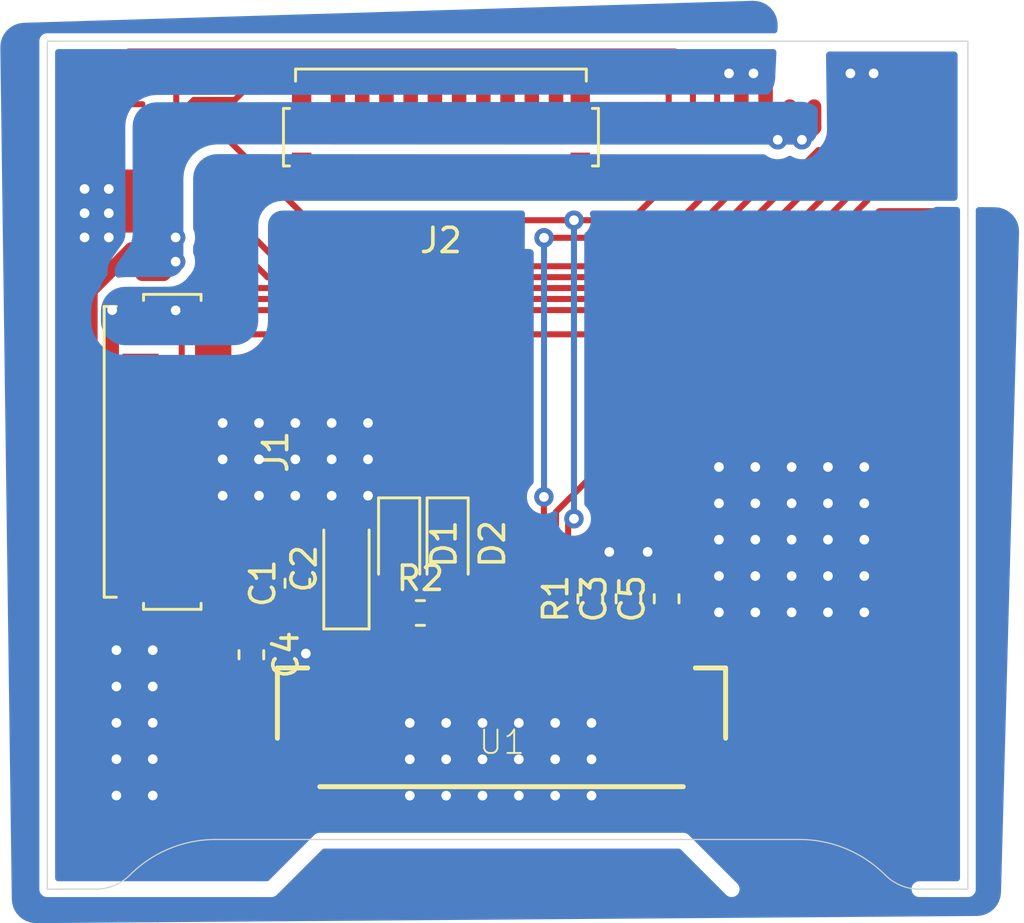
<source format=kicad_pcb>
(kicad_pcb (version 20171130) (host pcbnew 5.1.10-88a1d61d58~88~ubuntu20.04.1)

  (general
    (thickness 1.6)
    (drawings 10)
    (tracks 255)
    (zones 0)
    (modules 12)
    (nets 33)
  )

  (page A4)
  (layers
    (0 F.Cu signal)
    (31 B.Cu signal)
    (32 B.Adhes user)
    (33 F.Adhes user)
    (34 B.Paste user)
    (35 F.Paste user)
    (36 B.SilkS user)
    (37 F.SilkS user)
    (38 B.Mask user)
    (39 F.Mask user hide)
    (40 Dwgs.User user)
    (41 Cmts.User user)
    (42 Eco1.User user)
    (43 Eco2.User user)
    (44 Edge.Cuts user)
    (45 Margin user)
    (46 B.CrtYd user)
    (47 F.CrtYd user)
    (48 B.Fab user)
    (49 F.Fab user hide)
  )

  (setup
    (last_trace_width 0.25)
    (user_trace_width 0.6)
    (trace_clearance 0.2)
    (zone_clearance 0.4)
    (zone_45_only no)
    (trace_min 0.2)
    (via_size 0.8)
    (via_drill 0.4)
    (via_min_size 0.4)
    (via_min_drill 0.3)
    (uvia_size 0.3)
    (uvia_drill 0.1)
    (uvias_allowed no)
    (uvia_min_size 0.2)
    (uvia_min_drill 0.1)
    (edge_width 0.05)
    (segment_width 0.2)
    (pcb_text_width 0.3)
    (pcb_text_size 1.5 1.5)
    (mod_edge_width 0.12)
    (mod_text_size 1 1)
    (mod_text_width 0.15)
    (pad_size 1.524 1.524)
    (pad_drill 0.762)
    (pad_to_mask_clearance 0.05)
    (aux_axis_origin 122.75 67.5)
    (grid_origin 122.75 67.5)
    (visible_elements 7FFFFFFF)
    (pcbplotparams
      (layerselection 0x010cc_ffffffff)
      (usegerberextensions true)
      (usegerberattributes false)
      (usegerberadvancedattributes false)
      (creategerberjobfile false)
      (excludeedgelayer true)
      (linewidth 0.100000)
      (plotframeref false)
      (viasonmask false)
      (mode 1)
      (useauxorigin true)
      (hpglpennumber 1)
      (hpglpenspeed 20)
      (hpglpendiameter 15.000000)
      (psnegative false)
      (psa4output false)
      (plotreference false)
      (plotvalue false)
      (plotinvisibletext false)
      (padsonsilk false)
      (subtractmaskfromsilk false)
      (outputformat 1)
      (mirror false)
      (drillshape 0)
      (scaleselection 1)
      (outputdirectory "../../Gerbers/D3/"))
  )

  (net 0 "")
  (net 1 GND)
  (net 2 13V)
  (net 3 "Net-(C2-Pad1)")
  (net 4 "Net-(C3-Pad1)")
  (net 5 +3V3)
  (net 6 "Net-(C5-Pad1)")
  (net 7 "Net-(D1-Pad2)")
  (net 8 "Net-(D2-Pad2)")
  (net 9 RXD)
  (net 10 EN)
  (net 11 IO0)
  (net 12 RST)
  (net 13 DC)
  (net 14 CLK)
  (net 15 MOSI)
  (net 16 Display6_CS)
  (net 17 "Net-(R1-Pad1)")
  (net 18 "Net-(R2-Pad1)")
  (net 19 "Net-(U1-Pad29)")
  (net 20 "Net-(U1-Pad24)")
  (net 21 "Net-(U1-Pad23)")
  (net 22 "Net-(U1-Pad12)")
  (net 23 "Net-(U1-Pad6)")
  (net 24 "Net-(U1-Pad25)")
  (net 25 TXD)
  (net 26 "Net-(J2-Pad20)")
  (net 27 Display5_CS)
  (net 28 Display4_CS)
  (net 29 Display3_CS)
  (net 30 "Net-(J1-Pad6)")
  (net 31 "Net-(J2-Pad16)")
  (net 32 "Net-(J1-Pad8)")

  (net_class Default "This is the default net class."
    (clearance 0.2)
    (trace_width 0.25)
    (via_dia 0.8)
    (via_drill 0.4)
    (uvia_dia 0.3)
    (uvia_drill 0.1)
    (add_net +3V3)
    (add_net 13V)
    (add_net CLK)
    (add_net DC)
    (add_net Display3_CS)
    (add_net Display4_CS)
    (add_net Display5_CS)
    (add_net Display6_CS)
    (add_net EN)
    (add_net GND)
    (add_net IO0)
    (add_net MOSI)
    (add_net "Net-(C2-Pad1)")
    (add_net "Net-(C3-Pad1)")
    (add_net "Net-(C5-Pad1)")
    (add_net "Net-(D1-Pad2)")
    (add_net "Net-(D2-Pad2)")
    (add_net "Net-(J1-Pad6)")
    (add_net "Net-(J1-Pad8)")
    (add_net "Net-(J2-Pad16)")
    (add_net "Net-(J2-Pad20)")
    (add_net "Net-(R1-Pad1)")
    (add_net "Net-(R2-Pad1)")
    (add_net "Net-(U1-Pad12)")
    (add_net "Net-(U1-Pad23)")
    (add_net "Net-(U1-Pad24)")
    (add_net "Net-(U1-Pad25)")
    (add_net "Net-(U1-Pad29)")
    (add_net "Net-(U1-Pad6)")
    (add_net RST)
    (add_net RXD)
    (add_net TXD)
  )

  (module "D1(Motherboard):FH12-20S-0.5SVA" locked (layer F.Cu) (tedit 60DCCA18) (tstamp 5F7A3A35)
    (at 120 54.15 180)
    (path /5F705B16)
    (fp_text reference J2 (at 0 -4.075) (layer F.SilkS)
      (effects (font (size 1 1) (thickness 0.15)))
    )
    (fp_text value Conn_01x20_Female (at 0 -5.6) (layer F.Fab)
      (effects (font (size 1 1) (thickness 0.15)))
    )
    (fp_line (start 6 2.5) (end 6 3) (layer F.SilkS) (width 0.12))
    (fp_line (start 6 3) (end -6 3) (layer F.SilkS) (width 0.12))
    (fp_line (start -6 3) (end -6 2.5) (layer F.SilkS) (width 0.12))
    (fp_line (start 6.25 1.375) (end 6.5 1.375) (layer F.SilkS) (width 0.12))
    (fp_line (start 6.5 1.375) (end 6.5 -1) (layer F.SilkS) (width 0.12))
    (fp_line (start 6.5 -1) (end 6.25 -1) (layer F.SilkS) (width 0.12))
    (fp_line (start -6.25 1.375) (end -6.5 1.375) (layer F.SilkS) (width 0.12))
    (fp_line (start -6.5 1.375) (end -6.5 -1) (layer F.SilkS) (width 0.12))
    (fp_line (start -6.5 -1) (end -6.25 -1) (layer F.SilkS) (width 0.12))
    (pad NC smd rect (at 5.75 1.35 180) (size 0.8 1.8) (layers F.Cu F.Paste F.Mask))
    (pad NC smd rect (at 5.75 -1.35 180) (size 0.8 1.8) (layers F.Cu F.Paste F.Mask))
    (pad NC smd rect (at -5.75 -1.35 180) (size 0.8 1.8) (layers F.Cu F.Paste F.Mask))
    (pad NC smd rect (at -5.75 1.35 180) (size 0.8 1.8) (layers F.Cu F.Paste F.Mask))
    (pad 1 smd rect (at -4.75 1.5 180) (size 0.6 1.5) (layers F.Cu F.Paste F.Mask)
      (net 2 13V))
    (pad 3 smd rect (at -3.75 1.5 180) (size 0.6 1.5) (layers F.Cu F.Paste F.Mask)
      (net 2 13V))
    (pad 5 smd rect (at -2.75 1.5 180) (size 0.6 1.5) (layers F.Cu F.Paste F.Mask)
      (net 5 +3V3))
    (pad 7 smd rect (at -1.75 1.5 180) (size 0.6 1.5) (layers F.Cu F.Paste F.Mask)
      (net 5 +3V3))
    (pad 9 smd rect (at -0.75 1.5 180) (size 0.6 1.5) (layers F.Cu F.Paste F.Mask)
      (net 1 GND))
    (pad 11 smd rect (at 0.25 1.5 180) (size 0.6 1.5) (layers F.Cu F.Paste F.Mask)
      (net 1 GND))
    (pad 13 smd rect (at 1.25 1.5 180) (size 0.6 1.5) (layers F.Cu F.Paste F.Mask)
      (net 9 RXD))
    (pad 15 smd rect (at 2.25 1.5 180) (size 0.6 1.5) (layers F.Cu F.Paste F.Mask)
      (net 11 IO0))
    (pad 17 smd rect (at 3.25 1.5 180) (size 0.6 1.5) (layers F.Cu F.Paste F.Mask)
      (net 10 EN))
    (pad 19 smd rect (at 4.25 1.5 180) (size 0.6 1.5) (layers F.Cu F.Paste F.Mask)
      (net 25 TXD))
    (pad 20 smd rect (at 4.75 -1.5 180) (size 0.6 1.5) (layers F.Cu F.Paste F.Mask)
      (net 26 "Net-(J2-Pad20)"))
    (pad 18 smd rect (at 3.75 -1.5 180) (size 0.6 1.5) (layers F.Cu F.Paste F.Mask)
      (net 12 RST))
    (pad 16 smd rect (at 2.75 -1.5 180) (size 0.6 1.5) (layers F.Cu F.Paste F.Mask)
      (net 31 "Net-(J2-Pad16)"))
    (pad 14 smd rect (at 1.75 -1.5 180) (size 0.6 1.5) (layers F.Cu F.Paste F.Mask)
      (net 29 Display3_CS))
    (pad 12 smd rect (at 0.75 -1.5 180) (size 0.6 1.5) (layers F.Cu F.Paste F.Mask)
      (net 28 Display4_CS))
    (pad 10 smd rect (at -0.25 -1.5 180) (size 0.6 1.5) (layers F.Cu F.Paste F.Mask)
      (net 27 Display5_CS))
    (pad 8 smd rect (at -1.25 -1.5 180) (size 0.6 1.5) (layers F.Cu F.Paste F.Mask)
      (net 16 Display6_CS))
    (pad 6 smd rect (at -2.25 -1.5 180) (size 0.6 1.5) (layers F.Cu F.Paste F.Mask)
      (net 13 DC))
    (pad 4 smd rect (at -3.25 -1.5 180) (size 0.6 1.5) (layers F.Cu F.Paste F.Mask)
      (net 15 MOSI))
    (pad 2 smd rect (at -4.25 -1.5 180) (size 0.6 1.5) (layers F.Cu F.Paste F.Mask)
      (net 14 CLK))
    (model "C:/Users/Benjamin/Desktop/KiCAD Projects/OLED Cube/Resources/Wire-to-Board Connectors/687320124422 (rev1).stp"
      (offset (xyz 0 0 1.5))
      (scale (xyz 1 1 1))
      (rotate (xyz 0 0 0))
    )
    (model "/home/benjamin/Documents/KiCAD Projects/OLED Cube/Resources/Wire-to-Board Connectors/FH12-20S-0.5SV.stp"
      (offset (xyz -15.9 9 0.5))
      (scale (xyz 1 1 1))
      (rotate (xyz -90 0 90))
    )
  )

  (module "D1(Motherboard):FH12-20S-0.5SVA" locked (layer F.Cu) (tedit 60DCCA18) (tstamp 5F6FA820)
    (at 109.1 66.95 270)
    (path /5F6F78B8)
    (fp_text reference J1 (at 0 -4.075 90) (layer F.SilkS)
      (effects (font (size 1 1) (thickness 0.15)))
    )
    (fp_text value Conn_01x20_Female (at 0 -5.6 90) (layer F.Fab)
      (effects (font (size 1 1) (thickness 0.15)))
    )
    (fp_line (start 6 2.5) (end 6 3) (layer F.SilkS) (width 0.12))
    (fp_line (start 6 3) (end -6 3) (layer F.SilkS) (width 0.12))
    (fp_line (start -6 3) (end -6 2.5) (layer F.SilkS) (width 0.12))
    (fp_line (start 6.25 1.375) (end 6.5 1.375) (layer F.SilkS) (width 0.12))
    (fp_line (start 6.5 1.375) (end 6.5 -1) (layer F.SilkS) (width 0.12))
    (fp_line (start 6.5 -1) (end 6.25 -1) (layer F.SilkS) (width 0.12))
    (fp_line (start -6.25 1.375) (end -6.5 1.375) (layer F.SilkS) (width 0.12))
    (fp_line (start -6.5 1.375) (end -6.5 -1) (layer F.SilkS) (width 0.12))
    (fp_line (start -6.5 -1) (end -6.25 -1) (layer F.SilkS) (width 0.12))
    (pad NC smd rect (at 5.75 1.35 270) (size 0.8 1.8) (layers F.Cu F.Paste F.Mask))
    (pad NC smd rect (at 5.75 -1.35 270) (size 0.8 1.8) (layers F.Cu F.Paste F.Mask))
    (pad NC smd rect (at -5.75 -1.35 270) (size 0.8 1.8) (layers F.Cu F.Paste F.Mask))
    (pad NC smd rect (at -5.75 1.35 270) (size 0.8 1.8) (layers F.Cu F.Paste F.Mask))
    (pad 1 smd rect (at -4.75 1.5 270) (size 0.6 1.5) (layers F.Cu F.Paste F.Mask)
      (net 9 RXD))
    (pad 3 smd rect (at -3.75 1.5 270) (size 0.6 1.5) (layers F.Cu F.Paste F.Mask)
      (net 11 IO0))
    (pad 5 smd rect (at -2.75 1.5 270) (size 0.6 1.5) (layers F.Cu F.Paste F.Mask)
      (net 10 EN))
    (pad 7 smd rect (at -1.75 1.5 270) (size 0.6 1.5) (layers F.Cu F.Paste F.Mask)
      (net 1 GND))
    (pad 9 smd rect (at -0.75 1.5 270) (size 0.6 1.5) (layers F.Cu F.Paste F.Mask)
      (net 1 GND))
    (pad 11 smd rect (at 0.25 1.5 270) (size 0.6 1.5) (layers F.Cu F.Paste F.Mask)
      (net 1 GND))
    (pad 13 smd rect (at 1.25 1.5 270) (size 0.6 1.5) (layers F.Cu F.Paste F.Mask)
      (net 5 +3V3))
    (pad 15 smd rect (at 2.25 1.5 270) (size 0.6 1.5) (layers F.Cu F.Paste F.Mask)
      (net 5 +3V3))
    (pad 17 smd rect (at 3.25 1.5 270) (size 0.6 1.5) (layers F.Cu F.Paste F.Mask)
      (net 2 13V))
    (pad 19 smd rect (at 4.25 1.5 270) (size 0.6 1.5) (layers F.Cu F.Paste F.Mask)
      (net 2 13V))
    (pad 20 smd rect (at 4.75 -1.5 270) (size 0.6 1.5) (layers F.Cu F.Paste F.Mask)
      (net 14 CLK))
    (pad 18 smd rect (at 3.75 -1.5 270) (size 0.6 1.5) (layers F.Cu F.Paste F.Mask)
      (net 15 MOSI))
    (pad 16 smd rect (at 2.75 -1.5 270) (size 0.6 1.5) (layers F.Cu F.Paste F.Mask)
      (net 13 DC))
    (pad 14 smd rect (at 1.75 -1.5 270) (size 0.6 1.5) (layers F.Cu F.Paste F.Mask)
      (net 16 Display6_CS))
    (pad 12 smd rect (at 0.75 -1.5 270) (size 0.6 1.5) (layers F.Cu F.Paste F.Mask)
      (net 27 Display5_CS))
    (pad 10 smd rect (at -0.25 -1.5 270) (size 0.6 1.5) (layers F.Cu F.Paste F.Mask)
      (net 28 Display4_CS))
    (pad 8 smd rect (at -1.25 -1.5 270) (size 0.6 1.5) (layers F.Cu F.Paste F.Mask)
      (net 32 "Net-(J1-Pad8)"))
    (pad 6 smd rect (at -2.25 -1.5 270) (size 0.6 1.5) (layers F.Cu F.Paste F.Mask)
      (net 30 "Net-(J1-Pad6)"))
    (pad 4 smd rect (at -3.25 -1.5 270) (size 0.6 1.5) (layers F.Cu F.Paste F.Mask)
      (net 12 RST))
    (pad 2 smd rect (at -4.25 -1.5 270) (size 0.6 1.5) (layers F.Cu F.Paste F.Mask)
      (net 25 TXD))
    (model "C:/Users/Benjamin/Desktop/KiCAD Projects/OLED Cube/Resources/Wire-to-Board Connectors/687320124422 (rev1).stp"
      (offset (xyz 0 0 1.5))
      (scale (xyz 1 1 1))
      (rotate (xyz 0 0 0))
    )
    (model "/home/benjamin/Documents/KiCAD Projects/OLED Cube/Resources/Wire-to-Board Connectors/FH12-20S-0.5SV.stp"
      (offset (xyz -15.9 9 0.5))
      (scale (xyz 1 1 1))
      (rotate (xyz -90 0 90))
    )
  )

  (module "D1(Motherboard):FPC_XF2M-3015-1A" (layer F.Cu) (tedit 5F6CAD16) (tstamp 5F6FBA91)
    (at 122.5 78.5 180)
    (descr "<b>30-Pin 0.5mm FPC</b> Top+Bottom - OMRON - XF2M-3015-1A")
    (path /5F7061B4)
    (attr smd)
    (fp_text reference U1 (at 1 -1) (layer F.SilkS)
      (effects (font (size 0.9652 0.9652) (thickness 0.077216)) (justify left bottom))
    )
    (fp_text value 4DOLED-282815 (at 6.1 0.4) (layer F.Fab)
      (effects (font (size 0.9652 0.9652) (thickness 0.077216)) (justify left bottom))
    )
    (fp_line (start 9.25 2.63) (end -9.25 2.63) (layer F.Fab) (width 0.2032))
    (fp_line (start -8 2.63) (end -9.25 2.63) (layer F.SilkS) (width 0.2032))
    (fp_line (start 8 2.63) (end 9.25 2.63) (layer F.SilkS) (width 0.2032))
    (fp_line (start 9.25 -2.27) (end -9.25 -2.27) (layer F.Fab) (width 0.2032))
    (fp_line (start 7.5 -2.27) (end -7.5 -2.27) (layer F.SilkS) (width 0.2032))
    (fp_line (start -9.25 -0.27) (end -9.25 2.63) (layer F.SilkS) (width 0.2032))
    (fp_line (start 9.25 -0.27) (end 9.25 2.63) (layer F.SilkS) (width 0.2032))
    (fp_line (start 9.25 -2.27) (end 9.25 2.63) (layer F.Fab) (width 0.127))
    (fp_line (start -9.25 -2.27) (end -9.25 2.63) (layer F.Fab) (width 0.127))
    (pad 30 smd rect (at -7.25 2.63) (size 0.25 1.1) (layers F.Cu F.Paste F.Mask)
      (net 1 GND) (solder_mask_margin 0.0762))
    (pad 29 smd rect (at -6.75 2.63) (size 0.25 1.1) (layers F.Cu F.Paste F.Mask)
      (net 19 "Net-(U1-Pad29)") (solder_mask_margin 0.0762))
    (pad 28 smd rect (at -6.25 2.63) (size 0.25 1.1) (layers F.Cu F.Paste F.Mask)
      (net 1 GND) (solder_mask_margin 0.0762))
    (pad 27 smd rect (at -5.75 2.63) (size 0.25 1.1) (layers F.Cu F.Paste F.Mask)
      (net 6 "Net-(C5-Pad1)") (solder_mask_margin 0.0762))
    (pad 26 smd rect (at -5.25 2.63) (size 0.25 1.1) (layers F.Cu F.Paste F.Mask)
      (net 4 "Net-(C3-Pad1)") (solder_mask_margin 0.0762))
    (pad 25 smd rect (at -4.75 2.63) (size 0.25 1.1) (layers F.Cu F.Paste F.Mask)
      (net 24 "Net-(U1-Pad25)") (solder_mask_margin 0.0762))
    (pad 24 smd rect (at -4.25 2.63) (size 0.25 1.1) (layers F.Cu F.Paste F.Mask)
      (net 20 "Net-(U1-Pad24)") (solder_mask_margin 0.0762))
    (pad 23 smd rect (at -3.75 2.63) (size 0.25 1.1) (layers F.Cu F.Paste F.Mask)
      (net 21 "Net-(U1-Pad23)") (solder_mask_margin 0.0762))
    (pad 22 smd rect (at -3.25 2.63) (size 0.25 1.1) (layers F.Cu F.Paste F.Mask)
      (net 17 "Net-(R1-Pad1)") (solder_mask_margin 0.0762))
    (pad 21 smd rect (at -2.75 2.63) (size 0.25 1.1) (layers F.Cu F.Paste F.Mask)
      (net 12 RST) (solder_mask_margin 0.0762))
    (pad 20 smd rect (at -2.25 2.63) (size 0.25 1.1) (layers F.Cu F.Paste F.Mask)
      (net 13 DC) (solder_mask_margin 0.0762))
    (pad 19 smd rect (at -1.75 2.63) (size 0.25 1.1) (layers F.Cu F.Paste F.Mask)
      (net 29 Display3_CS) (solder_mask_margin 0.0762))
    (pad 18 smd rect (at -1.25 2.63) (size 0.25 1.1) (layers F.Cu F.Paste F.Mask)
      (net 1 GND) (solder_mask_margin 0.0762))
    (pad 17 smd rect (at -0.75 2.63) (size 0.25 1.1) (layers F.Cu F.Paste F.Mask)
      (net 1 GND) (solder_mask_margin 0.0762))
    (pad 16 smd rect (at -0.25 2.63) (size 0.25 1.1) (layers F.Cu F.Paste F.Mask)
      (net 1 GND) (solder_mask_margin 0.0762))
    (pad 15 smd rect (at 0.25 2.63) (size 0.25 1.1) (layers F.Cu F.Paste F.Mask)
      (net 1 GND) (solder_mask_margin 0.0762))
    (pad 14 smd rect (at 0.75 2.63) (size 0.25 1.1) (layers F.Cu F.Paste F.Mask)
      (net 14 CLK) (solder_mask_margin 0.0762))
    (pad 13 smd rect (at 1.25 2.63) (size 0.25 1.1) (layers F.Cu F.Paste F.Mask)
      (net 15 MOSI) (solder_mask_margin 0.0762))
    (pad 12 smd rect (at 1.75 2.63) (size 0.25 1.1) (layers F.Cu F.Paste F.Mask)
      (net 22 "Net-(U1-Pad12)") (solder_mask_margin 0.0762))
    (pad 11 smd rect (at 2.25 2.63) (size 0.25 1.1) (layers F.Cu F.Paste F.Mask)
      (net 1 GND) (solder_mask_margin 0.0762))
    (pad 10 smd rect (at 2.75 2.63) (size 0.25 1.1) (layers F.Cu F.Paste F.Mask)
      (net 1 GND) (solder_mask_margin 0.0762))
    (pad 9 smd rect (at 3.25 2.63) (size 0.25 1.1) (layers F.Cu F.Paste F.Mask)
      (net 1 GND) (solder_mask_margin 0.0762))
    (pad 8 smd rect (at 3.75 2.63) (size 0.25 1.1) (layers F.Cu F.Paste F.Mask)
      (net 1 GND) (solder_mask_margin 0.0762))
    (pad 7 smd rect (at 4.25 2.63) (size 0.25 1.1) (layers F.Cu F.Paste F.Mask)
      (net 1 GND) (solder_mask_margin 0.0762))
    (pad 6 smd rect (at 4.75 2.63) (size 0.25 1.1) (layers F.Cu F.Paste F.Mask)
      (net 23 "Net-(U1-Pad6)") (solder_mask_margin 0.0762))
    (pad 5 smd rect (at 5.25 2.63) (size 0.25 1.1) (layers F.Cu F.Paste F.Mask)
      (net 18 "Net-(R2-Pad1)") (solder_mask_margin 0.0762))
    (pad 4 smd rect (at 5.75 2.63) (size 0.25 1.1) (layers F.Cu F.Paste F.Mask)
      (net 5 +3V3) (solder_mask_margin 0.0762))
    (pad 2 smd rect (at 6.75 2.63) (size 0.25 1.1) (layers F.Cu F.Paste F.Mask)
      (net 2 13V) (solder_mask_margin 0.0762))
    (pad 1 smd rect (at 7.25 2.63) (size 0.25 1.1) (layers F.Cu F.Paste F.Mask)
      (net 1 GND) (solder_mask_margin 0.0762))
    (pad 3 smd rect (at 6.25 2.63) (size 0.25 1.1) (layers F.Cu F.Paste F.Mask)
      (net 3 "Net-(C2-Pad1)") (solder_mask_margin 0.0762))
    (pad SUPPORT2 smd rect (at -8.9 -1.27) (size 1.7 1.5) (layers F.Cu F.Paste F.Mask)
      (solder_mask_margin 0.0762))
    (pad SUPPORT1 smd rect (at 8.9 -1.27) (size 1.7 1.5) (layers F.Cu F.Paste F.Mask)
      (solder_mask_margin 0.0762))
    (model "C:/Users/Benjamin/Desktop/KiCAD Projects/OLED Cube/Resources/Wire-to-Board Connectors/XF2M_3015_1A.step"
      (offset (xyz 0 2.25 0))
      (scale (xyz 1 1 1))
      (rotate (xyz -90 0 180))
    )
  )

  (module Capacitor_Tantalum_SMD:CP_EIA-3216-18_Kemet-A_Pad1.58x1.35mm_HandSolder (layer F.Cu) (tedit 5B301BBE) (tstamp 5F6FA798)
    (at 116.1 71.775 90)
    (descr "Tantalum Capacitor SMD Kemet-A (3216-18 Metric), IPC_7351 nominal, (Body size from: http://www.kemet.com/Lists/ProductCatalog/Attachments/253/KEM_TC101_STD.pdf), generated with kicad-footprint-generator")
    (tags "capacitor tantalum")
    (path /5F70A989)
    (attr smd)
    (fp_text reference C2 (at 0 -1.75 90) (layer F.SilkS)
      (effects (font (size 1 1) (thickness 0.15)))
    )
    (fp_text value 4.7u (at 0 1.75 90) (layer F.Fab)
      (effects (font (size 1 1) (thickness 0.15)))
    )
    (fp_line (start 1.6 -0.8) (end -1.2 -0.8) (layer F.Fab) (width 0.1))
    (fp_line (start -1.2 -0.8) (end -1.6 -0.4) (layer F.Fab) (width 0.1))
    (fp_line (start -1.6 -0.4) (end -1.6 0.8) (layer F.Fab) (width 0.1))
    (fp_line (start -1.6 0.8) (end 1.6 0.8) (layer F.Fab) (width 0.1))
    (fp_line (start 1.6 0.8) (end 1.6 -0.8) (layer F.Fab) (width 0.1))
    (fp_line (start 1.6 -0.935) (end -2.485 -0.935) (layer F.SilkS) (width 0.12))
    (fp_line (start -2.485 -0.935) (end -2.485 0.935) (layer F.SilkS) (width 0.12))
    (fp_line (start -2.485 0.935) (end 1.6 0.935) (layer F.SilkS) (width 0.12))
    (fp_line (start -2.48 1.05) (end -2.48 -1.05) (layer F.CrtYd) (width 0.05))
    (fp_line (start -2.48 -1.05) (end 2.48 -1.05) (layer F.CrtYd) (width 0.05))
    (fp_line (start 2.48 -1.05) (end 2.48 1.05) (layer F.CrtYd) (width 0.05))
    (fp_line (start 2.48 1.05) (end -2.48 1.05) (layer F.CrtYd) (width 0.05))
    (fp_text user %R (at 0 0 90) (layer F.Fab)
      (effects (font (size 0.8 0.8) (thickness 0.12)))
    )
    (pad 2 smd roundrect (at 1.4375 0 90) (size 1.575 1.35) (layers F.Cu F.Paste F.Mask) (roundrect_rratio 0.185185)
      (net 1 GND))
    (pad 1 smd roundrect (at -1.4375 0 90) (size 1.575 1.35) (layers F.Cu F.Paste F.Mask) (roundrect_rratio 0.185185)
      (net 3 "Net-(C2-Pad1)"))
    (model ${KISYS3DMOD}/Capacitor_Tantalum_SMD.3dshapes/CP_EIA-3216-18_Kemet-A.wrl
      (at (xyz 0 0 0))
      (scale (xyz 1 1 1))
      (rotate (xyz 0 0 0))
    )
  )

  (module Resistor_SMD:R_0603_1608Metric_Pad1.05x0.95mm_HandSolder (layer F.Cu) (tedit 5B301BBD) (tstamp 5F6FA867)
    (at 119.15 73.6)
    (descr "Resistor SMD 0603 (1608 Metric), square (rectangular) end terminal, IPC_7351 nominal with elongated pad for handsoldering. (Body size source: http://www.tortai-tech.com/upload/download/2011102023233369053.pdf), generated with kicad-footprint-generator")
    (tags "resistor handsolder")
    (path /5F7078FF)
    (attr smd)
    (fp_text reference R2 (at 0 -1.43) (layer F.SilkS)
      (effects (font (size 1 1) (thickness 0.15)))
    )
    (fp_text value 50R (at 0 1.43) (layer F.Fab)
      (effects (font (size 1 1) (thickness 0.15)))
    )
    (fp_line (start -0.8 0.4) (end -0.8 -0.4) (layer F.Fab) (width 0.1))
    (fp_line (start -0.8 -0.4) (end 0.8 -0.4) (layer F.Fab) (width 0.1))
    (fp_line (start 0.8 -0.4) (end 0.8 0.4) (layer F.Fab) (width 0.1))
    (fp_line (start 0.8 0.4) (end -0.8 0.4) (layer F.Fab) (width 0.1))
    (fp_line (start -0.171267 -0.51) (end 0.171267 -0.51) (layer F.SilkS) (width 0.12))
    (fp_line (start -0.171267 0.51) (end 0.171267 0.51) (layer F.SilkS) (width 0.12))
    (fp_line (start -1.65 0.73) (end -1.65 -0.73) (layer F.CrtYd) (width 0.05))
    (fp_line (start -1.65 -0.73) (end 1.65 -0.73) (layer F.CrtYd) (width 0.05))
    (fp_line (start 1.65 -0.73) (end 1.65 0.73) (layer F.CrtYd) (width 0.05))
    (fp_line (start 1.65 0.73) (end -1.65 0.73) (layer F.CrtYd) (width 0.05))
    (fp_text user %R (at 0 0) (layer F.Fab)
      (effects (font (size 0.4 0.4) (thickness 0.06)))
    )
    (pad 2 smd roundrect (at 0.875 0) (size 1.05 0.95) (layers F.Cu F.Paste F.Mask) (roundrect_rratio 0.25)
      (net 8 "Net-(D2-Pad2)"))
    (pad 1 smd roundrect (at -0.875 0) (size 1.05 0.95) (layers F.Cu F.Paste F.Mask) (roundrect_rratio 0.25)
      (net 18 "Net-(R2-Pad1)"))
    (model ${KISYS3DMOD}/Resistor_SMD.3dshapes/R_0603_1608Metric.wrl
      (at (xyz 0 0 0))
      (scale (xyz 1 1 1))
      (rotate (xyz 0 0 0))
    )
  )

  (module Resistor_SMD:R_0603_1608Metric_Pad1.05x0.95mm_HandSolder (layer F.Cu) (tedit 5B301BBD) (tstamp 5F6FA856)
    (at 126.165 73.015 90)
    (descr "Resistor SMD 0603 (1608 Metric), square (rectangular) end terminal, IPC_7351 nominal with elongated pad for handsoldering. (Body size source: http://www.tortai-tech.com/upload/download/2011102023233369053.pdf), generated with kicad-footprint-generator")
    (tags "resistor handsolder")
    (path /5F7351EB)
    (attr smd)
    (fp_text reference R1 (at 0 -1.43 90) (layer F.SilkS)
      (effects (font (size 1 1) (thickness 0.15)))
    )
    (fp_text value 560k (at 0 1.43 90) (layer F.Fab)
      (effects (font (size 1 1) (thickness 0.15)))
    )
    (fp_line (start -0.8 0.4) (end -0.8 -0.4) (layer F.Fab) (width 0.1))
    (fp_line (start -0.8 -0.4) (end 0.8 -0.4) (layer F.Fab) (width 0.1))
    (fp_line (start 0.8 -0.4) (end 0.8 0.4) (layer F.Fab) (width 0.1))
    (fp_line (start 0.8 0.4) (end -0.8 0.4) (layer F.Fab) (width 0.1))
    (fp_line (start -0.171267 -0.51) (end 0.171267 -0.51) (layer F.SilkS) (width 0.12))
    (fp_line (start -0.171267 0.51) (end 0.171267 0.51) (layer F.SilkS) (width 0.12))
    (fp_line (start -1.65 0.73) (end -1.65 -0.73) (layer F.CrtYd) (width 0.05))
    (fp_line (start -1.65 -0.73) (end 1.65 -0.73) (layer F.CrtYd) (width 0.05))
    (fp_line (start 1.65 -0.73) (end 1.65 0.73) (layer F.CrtYd) (width 0.05))
    (fp_line (start 1.65 0.73) (end -1.65 0.73) (layer F.CrtYd) (width 0.05))
    (fp_text user %R (at 0 0 90) (layer F.Fab)
      (effects (font (size 0.4 0.4) (thickness 0.06)))
    )
    (pad 2 smd roundrect (at 0.875 0 90) (size 1.05 0.95) (layers F.Cu F.Paste F.Mask) (roundrect_rratio 0.25)
      (net 1 GND))
    (pad 1 smd roundrect (at -0.875 0 90) (size 1.05 0.95) (layers F.Cu F.Paste F.Mask) (roundrect_rratio 0.25)
      (net 17 "Net-(R1-Pad1)"))
    (model ${KISYS3DMOD}/Resistor_SMD.3dshapes/R_0603_1608Metric.wrl
      (at (xyz 0 0 0))
      (scale (xyz 1 1 1))
      (rotate (xyz 0 0 0))
    )
  )

  (module Diode_SMD:D_SOD-323_HandSoldering (layer F.Cu) (tedit 58641869) (tstamp 5F6FA7FB)
    (at 120.275 70.75 270)
    (descr SOD-323)
    (tags SOD-323)
    (path /5F7067CC)
    (attr smd)
    (fp_text reference D2 (at 0 -1.85 90) (layer F.SilkS)
      (effects (font (size 1 1) (thickness 0.15)))
    )
    (fp_text value 1N4148 (at 0.1 1.9 90) (layer F.Fab)
      (effects (font (size 1 1) (thickness 0.15)))
    )
    (fp_line (start -1.9 -0.85) (end -1.9 0.85) (layer F.SilkS) (width 0.12))
    (fp_line (start 0.2 0) (end 0.45 0) (layer F.Fab) (width 0.1))
    (fp_line (start 0.2 0.35) (end -0.3 0) (layer F.Fab) (width 0.1))
    (fp_line (start 0.2 -0.35) (end 0.2 0.35) (layer F.Fab) (width 0.1))
    (fp_line (start -0.3 0) (end 0.2 -0.35) (layer F.Fab) (width 0.1))
    (fp_line (start -0.3 0) (end -0.5 0) (layer F.Fab) (width 0.1))
    (fp_line (start -0.3 -0.35) (end -0.3 0.35) (layer F.Fab) (width 0.1))
    (fp_line (start -0.9 0.7) (end -0.9 -0.7) (layer F.Fab) (width 0.1))
    (fp_line (start 0.9 0.7) (end -0.9 0.7) (layer F.Fab) (width 0.1))
    (fp_line (start 0.9 -0.7) (end 0.9 0.7) (layer F.Fab) (width 0.1))
    (fp_line (start -0.9 -0.7) (end 0.9 -0.7) (layer F.Fab) (width 0.1))
    (fp_line (start -2 -0.95) (end 2 -0.95) (layer F.CrtYd) (width 0.05))
    (fp_line (start 2 -0.95) (end 2 0.95) (layer F.CrtYd) (width 0.05))
    (fp_line (start -2 0.95) (end 2 0.95) (layer F.CrtYd) (width 0.05))
    (fp_line (start -2 -0.95) (end -2 0.95) (layer F.CrtYd) (width 0.05))
    (fp_line (start -1.9 0.85) (end 1.25 0.85) (layer F.SilkS) (width 0.12))
    (fp_line (start -1.9 -0.85) (end 1.25 -0.85) (layer F.SilkS) (width 0.12))
    (fp_text user %R (at 0 -1.85 90) (layer F.Fab)
      (effects (font (size 1 1) (thickness 0.15)))
    )
    (pad 2 smd rect (at 1.25 0 270) (size 1 1) (layers F.Cu F.Paste F.Mask)
      (net 8 "Net-(D2-Pad2)"))
    (pad 1 smd rect (at -1.25 0 270) (size 1 1) (layers F.Cu F.Paste F.Mask)
      (net 7 "Net-(D1-Pad2)"))
    (model ${KISYS3DMOD}/Diode_SMD.3dshapes/D_SOD-323.wrl
      (at (xyz 0 0 0))
      (scale (xyz 1 1 1))
      (rotate (xyz 0 0 0))
    )
  )

  (module Diode_SMD:D_SOD-323_HandSoldering (layer F.Cu) (tedit 58641869) (tstamp 5F6FA7E3)
    (at 118.275 70.75 270)
    (descr SOD-323)
    (tags SOD-323)
    (path /5F7128B0)
    (attr smd)
    (fp_text reference D1 (at 0 -1.85 90) (layer F.SilkS)
      (effects (font (size 1 1) (thickness 0.15)))
    )
    (fp_text value 1N4148 (at 0.1 1.9 90) (layer F.Fab)
      (effects (font (size 1 1) (thickness 0.15)))
    )
    (fp_line (start -1.9 -0.85) (end -1.9 0.85) (layer F.SilkS) (width 0.12))
    (fp_line (start 0.2 0) (end 0.45 0) (layer F.Fab) (width 0.1))
    (fp_line (start 0.2 0.35) (end -0.3 0) (layer F.Fab) (width 0.1))
    (fp_line (start 0.2 -0.35) (end 0.2 0.35) (layer F.Fab) (width 0.1))
    (fp_line (start -0.3 0) (end 0.2 -0.35) (layer F.Fab) (width 0.1))
    (fp_line (start -0.3 0) (end -0.5 0) (layer F.Fab) (width 0.1))
    (fp_line (start -0.3 -0.35) (end -0.3 0.35) (layer F.Fab) (width 0.1))
    (fp_line (start -0.9 0.7) (end -0.9 -0.7) (layer F.Fab) (width 0.1))
    (fp_line (start 0.9 0.7) (end -0.9 0.7) (layer F.Fab) (width 0.1))
    (fp_line (start 0.9 -0.7) (end 0.9 0.7) (layer F.Fab) (width 0.1))
    (fp_line (start -0.9 -0.7) (end 0.9 -0.7) (layer F.Fab) (width 0.1))
    (fp_line (start -2 -0.95) (end 2 -0.95) (layer F.CrtYd) (width 0.05))
    (fp_line (start 2 -0.95) (end 2 0.95) (layer F.CrtYd) (width 0.05))
    (fp_line (start -2 0.95) (end 2 0.95) (layer F.CrtYd) (width 0.05))
    (fp_line (start -2 -0.95) (end -2 0.95) (layer F.CrtYd) (width 0.05))
    (fp_line (start -1.9 0.85) (end 1.25 0.85) (layer F.SilkS) (width 0.12))
    (fp_line (start -1.9 -0.85) (end 1.25 -0.85) (layer F.SilkS) (width 0.12))
    (fp_text user %R (at 0 -1.85 90) (layer F.Fab)
      (effects (font (size 1 1) (thickness 0.15)))
    )
    (pad 2 smd rect (at 1.25 0 270) (size 1 1) (layers F.Cu F.Paste F.Mask)
      (net 7 "Net-(D1-Pad2)"))
    (pad 1 smd rect (at -1.25 0 270) (size 1 1) (layers F.Cu F.Paste F.Mask)
      (net 1 GND))
    (model ${KISYS3DMOD}/Diode_SMD.3dshapes/D_SOD-323.wrl
      (at (xyz 0 0 0))
      (scale (xyz 1 1 1))
      (rotate (xyz 0 0 0))
    )
  )

  (module Capacitor_SMD:C_0603_1608Metric_Pad1.05x0.95mm_HandSolder (layer F.Cu) (tedit 5B301BBE) (tstamp 5F6FA7CB)
    (at 129.315 73.015 90)
    (descr "Capacitor SMD 0603 (1608 Metric), square (rectangular) end terminal, IPC_7351 nominal with elongated pad for handsoldering. (Body size source: http://www.tortai-tech.com/upload/download/2011102023233369053.pdf), generated with kicad-footprint-generator")
    (tags "capacitor handsolder")
    (path /5F730DDB)
    (attr smd)
    (fp_text reference C5 (at 0 -1.43 90) (layer F.SilkS)
      (effects (font (size 1 1) (thickness 0.15)))
    )
    (fp_text value 10u (at 0 1.43 90) (layer F.Fab)
      (effects (font (size 1 1) (thickness 0.15)))
    )
    (fp_line (start -0.8 0.4) (end -0.8 -0.4) (layer F.Fab) (width 0.1))
    (fp_line (start -0.8 -0.4) (end 0.8 -0.4) (layer F.Fab) (width 0.1))
    (fp_line (start 0.8 -0.4) (end 0.8 0.4) (layer F.Fab) (width 0.1))
    (fp_line (start 0.8 0.4) (end -0.8 0.4) (layer F.Fab) (width 0.1))
    (fp_line (start -0.171267 -0.51) (end 0.171267 -0.51) (layer F.SilkS) (width 0.12))
    (fp_line (start -0.171267 0.51) (end 0.171267 0.51) (layer F.SilkS) (width 0.12))
    (fp_line (start -1.65 0.73) (end -1.65 -0.73) (layer F.CrtYd) (width 0.05))
    (fp_line (start -1.65 -0.73) (end 1.65 -0.73) (layer F.CrtYd) (width 0.05))
    (fp_line (start 1.65 -0.73) (end 1.65 0.73) (layer F.CrtYd) (width 0.05))
    (fp_line (start 1.65 0.73) (end -1.65 0.73) (layer F.CrtYd) (width 0.05))
    (fp_text user %R (at 0 0 90) (layer F.Fab)
      (effects (font (size 0.4 0.4) (thickness 0.06)))
    )
    (pad 2 smd roundrect (at 0.875 0 90) (size 1.05 0.95) (layers F.Cu F.Paste F.Mask) (roundrect_rratio 0.25)
      (net 1 GND))
    (pad 1 smd roundrect (at -0.875 0 90) (size 1.05 0.95) (layers F.Cu F.Paste F.Mask) (roundrect_rratio 0.25)
      (net 6 "Net-(C5-Pad1)"))
    (model ${KISYS3DMOD}/Capacitor_SMD.3dshapes/C_0603_1608Metric.wrl
      (at (xyz 0 0 0))
      (scale (xyz 1 1 1))
      (rotate (xyz 0 0 0))
    )
  )

  (module Capacitor_SMD:C_0603_1608Metric_Pad1.05x0.95mm_HandSolder (layer F.Cu) (tedit 5B301BBE) (tstamp 5F6FA7BA)
    (at 112.175 75.324999 270)
    (descr "Capacitor SMD 0603 (1608 Metric), square (rectangular) end terminal, IPC_7351 nominal with elongated pad for handsoldering. (Body size source: http://www.tortai-tech.com/upload/download/2011102023233369053.pdf), generated with kicad-footprint-generator")
    (tags "capacitor handsolder")
    (path /5F70A69C)
    (attr smd)
    (fp_text reference C4 (at 0 -1.43 90) (layer F.SilkS)
      (effects (font (size 1 1) (thickness 0.15)))
    )
    (fp_text value 1u (at 0 1.43 90) (layer F.Fab)
      (effects (font (size 1 1) (thickness 0.15)))
    )
    (fp_line (start -0.8 0.4) (end -0.8 -0.4) (layer F.Fab) (width 0.1))
    (fp_line (start -0.8 -0.4) (end 0.8 -0.4) (layer F.Fab) (width 0.1))
    (fp_line (start 0.8 -0.4) (end 0.8 0.4) (layer F.Fab) (width 0.1))
    (fp_line (start 0.8 0.4) (end -0.8 0.4) (layer F.Fab) (width 0.1))
    (fp_line (start -0.171267 -0.51) (end 0.171267 -0.51) (layer F.SilkS) (width 0.12))
    (fp_line (start -0.171267 0.51) (end 0.171267 0.51) (layer F.SilkS) (width 0.12))
    (fp_line (start -1.65 0.73) (end -1.65 -0.73) (layer F.CrtYd) (width 0.05))
    (fp_line (start -1.65 -0.73) (end 1.65 -0.73) (layer F.CrtYd) (width 0.05))
    (fp_line (start 1.65 -0.73) (end 1.65 0.73) (layer F.CrtYd) (width 0.05))
    (fp_line (start 1.65 0.73) (end -1.65 0.73) (layer F.CrtYd) (width 0.05))
    (fp_text user %R (at 0 0 90) (layer F.Fab)
      (effects (font (size 0.4 0.4) (thickness 0.06)))
    )
    (pad 2 smd roundrect (at 0.875 0 270) (size 1.05 0.95) (layers F.Cu F.Paste F.Mask) (roundrect_rratio 0.25)
      (net 1 GND))
    (pad 1 smd roundrect (at -0.875 0 270) (size 1.05 0.95) (layers F.Cu F.Paste F.Mask) (roundrect_rratio 0.25)
      (net 5 +3V3))
    (model ${KISYS3DMOD}/Capacitor_SMD.3dshapes/C_0603_1608Metric.wrl
      (at (xyz 0 0 0))
      (scale (xyz 1 1 1))
      (rotate (xyz 0 0 0))
    )
  )

  (module Capacitor_SMD:C_0603_1608Metric_Pad1.05x0.95mm_HandSolder (layer F.Cu) (tedit 5B301BBE) (tstamp 5F6FA7A9)
    (at 127.74 73.015 90)
    (descr "Capacitor SMD 0603 (1608 Metric), square (rectangular) end terminal, IPC_7351 nominal with elongated pad for handsoldering. (Body size source: http://www.tortai-tech.com/upload/download/2011102023233369053.pdf), generated with kicad-footprint-generator")
    (tags "capacitor handsolder")
    (path /5F734177)
    (attr smd)
    (fp_text reference C3 (at 0 -1.43 90) (layer F.SilkS)
      (effects (font (size 1 1) (thickness 0.15)))
    )
    (fp_text value 0.1u (at 0 1.43 90) (layer F.Fab)
      (effects (font (size 1 1) (thickness 0.15)))
    )
    (fp_line (start -0.8 0.4) (end -0.8 -0.4) (layer F.Fab) (width 0.1))
    (fp_line (start -0.8 -0.4) (end 0.8 -0.4) (layer F.Fab) (width 0.1))
    (fp_line (start 0.8 -0.4) (end 0.8 0.4) (layer F.Fab) (width 0.1))
    (fp_line (start 0.8 0.4) (end -0.8 0.4) (layer F.Fab) (width 0.1))
    (fp_line (start -0.171267 -0.51) (end 0.171267 -0.51) (layer F.SilkS) (width 0.12))
    (fp_line (start -0.171267 0.51) (end 0.171267 0.51) (layer F.SilkS) (width 0.12))
    (fp_line (start -1.65 0.73) (end -1.65 -0.73) (layer F.CrtYd) (width 0.05))
    (fp_line (start -1.65 -0.73) (end 1.65 -0.73) (layer F.CrtYd) (width 0.05))
    (fp_line (start 1.65 -0.73) (end 1.65 0.73) (layer F.CrtYd) (width 0.05))
    (fp_line (start 1.65 0.73) (end -1.65 0.73) (layer F.CrtYd) (width 0.05))
    (fp_text user %R (at 0 0 90) (layer F.Fab)
      (effects (font (size 0.4 0.4) (thickness 0.06)))
    )
    (pad 2 smd roundrect (at 0.875 0 90) (size 1.05 0.95) (layers F.Cu F.Paste F.Mask) (roundrect_rratio 0.25)
      (net 1 GND))
    (pad 1 smd roundrect (at -0.875 0 90) (size 1.05 0.95) (layers F.Cu F.Paste F.Mask) (roundrect_rratio 0.25)
      (net 4 "Net-(C3-Pad1)"))
    (model ${KISYS3DMOD}/Capacitor_SMD.3dshapes/C_0603_1608Metric.wrl
      (at (xyz 0 0 0))
      (scale (xyz 1 1 1))
      (rotate (xyz 0 0 0))
    )
  )

  (module Capacitor_SMD:C_0603_1608Metric_Pad1.05x0.95mm_HandSolder (layer F.Cu) (tedit 5B301BBE) (tstamp 5F6FA787)
    (at 114.075 72.375 90)
    (descr "Capacitor SMD 0603 (1608 Metric), square (rectangular) end terminal, IPC_7351 nominal with elongated pad for handsoldering. (Body size source: http://www.tortai-tech.com/upload/download/2011102023233369053.pdf), generated with kicad-footprint-generator")
    (tags "capacitor handsolder")
    (path /5F709917)
    (attr smd)
    (fp_text reference C1 (at 0 -1.43 90) (layer F.SilkS)
      (effects (font (size 1 1) (thickness 0.15)))
    )
    (fp_text value 10u (at 0 1.43 90) (layer F.Fab)
      (effects (font (size 1 1) (thickness 0.15)))
    )
    (fp_line (start -0.8 0.4) (end -0.8 -0.4) (layer F.Fab) (width 0.1))
    (fp_line (start -0.8 -0.4) (end 0.8 -0.4) (layer F.Fab) (width 0.1))
    (fp_line (start 0.8 -0.4) (end 0.8 0.4) (layer F.Fab) (width 0.1))
    (fp_line (start 0.8 0.4) (end -0.8 0.4) (layer F.Fab) (width 0.1))
    (fp_line (start -0.171267 -0.51) (end 0.171267 -0.51) (layer F.SilkS) (width 0.12))
    (fp_line (start -0.171267 0.51) (end 0.171267 0.51) (layer F.SilkS) (width 0.12))
    (fp_line (start -1.65 0.73) (end -1.65 -0.73) (layer F.CrtYd) (width 0.05))
    (fp_line (start -1.65 -0.73) (end 1.65 -0.73) (layer F.CrtYd) (width 0.05))
    (fp_line (start 1.65 -0.73) (end 1.65 0.73) (layer F.CrtYd) (width 0.05))
    (fp_line (start 1.65 0.73) (end -1.65 0.73) (layer F.CrtYd) (width 0.05))
    (fp_text user %R (at 0 0 90) (layer F.Fab)
      (effects (font (size 0.4 0.4) (thickness 0.06)))
    )
    (pad 2 smd roundrect (at 0.875 0 90) (size 1.05 0.95) (layers F.Cu F.Paste F.Mask) (roundrect_rratio 0.25)
      (net 1 GND))
    (pad 1 smd roundrect (at -0.875 0 90) (size 1.05 0.95) (layers F.Cu F.Paste F.Mask) (roundrect_rratio 0.25)
      (net 2 13V))
    (model ${KISYS3DMOD}/Capacitor_SMD.3dshapes/C_0603_1608Metric.wrl
      (at (xyz 0 0 0))
      (scale (xyz 1 1 1))
      (rotate (xyz 0 0 0))
    )
  )

  (gr_arc (start 134.799943 87.949657) (end 138.335504 84.414096) (angle -45) (layer Edge.Cuts) (width 0.05) (tstamp 60DC7094))
  (gr_arc (start 110.700057 87.949658) (end 110.700057 82.949619) (angle -45) (layer Edge.Cuts) (width 0.05))
  (gr_arc (start 139.75 82.999601) (end 138.335504 84.414096) (angle -45) (layer Edge.Cuts) (width 0.05) (tstamp 60DC7030))
  (gr_arc (start 105.75 82.999601) (end 105.75 85) (angle -45) (layer Edge.Cuts) (width 0.05))
  (gr_line (start 103.75 85) (end 103.75 50) (layer Edge.Cuts) (width 0.05) (tstamp 5FD2402D))
  (gr_line (start 141.75 50) (end 141.75 85) (layer Edge.Cuts) (width 0.05) (tstamp 5FD24021))
  (gr_line (start 134.799943 82.949619) (end 110.700057 82.949619) (layer Edge.Cuts) (width 0.05))
  (gr_line (start 105.75 85) (end 103.75 85) (layer Edge.Cuts) (width 0.05) (tstamp 5F6FA288))
  (gr_line (start 141.75 85) (end 139.75 85) (layer Edge.Cuts) (width 0.05))
  (gr_line (start 103.75 50) (end 141.75 50) (layer Edge.Cuts) (width 0.05))

  (via (at 110.99 65.76) (size 0.8) (drill 0.4) (layers F.Cu B.Cu) (net 32))
  (via (at 112.49 65.76) (size 0.8) (drill 0.4) (layers F.Cu B.Cu) (net 1) (tstamp 5F81D6E9))
  (via (at 113.99 65.76) (size 0.8) (drill 0.4) (layers F.Cu B.Cu) (net 1) (tstamp 5F81D6EB))
  (via (at 115.49 65.76) (size 0.8) (drill 0.4) (layers F.Cu B.Cu) (net 1) (tstamp 5F81D6ED))
  (via (at 116.99 65.76) (size 0.8) (drill 0.4) (layers F.Cu B.Cu) (net 1) (tstamp 5F81D6EF))
  (via (at 110.99 67.26) (size 0.8) (drill 0.4) (layers F.Cu B.Cu) (net 27) (tstamp 5F81D6F1))
  (via (at 112.49 67.26) (size 0.8) (drill 0.4) (layers F.Cu B.Cu) (net 1) (tstamp 5F81D6F3))
  (via (at 113.99 67.26) (size 0.8) (drill 0.4) (layers F.Cu B.Cu) (net 1) (tstamp 5F81D6F5))
  (via (at 115.49 67.26) (size 0.8) (drill 0.4) (layers F.Cu B.Cu) (net 1) (tstamp 5F81D6F7))
  (via (at 116.99 67.26) (size 0.8) (drill 0.4) (layers F.Cu B.Cu) (net 1) (tstamp 5F81D6F9))
  (via (at 110.99 68.76) (size 0.8) (drill 0.4) (layers F.Cu B.Cu) (net 16) (tstamp 5F81D6FB))
  (via (at 112.49 68.76) (size 0.8) (drill 0.4) (layers F.Cu B.Cu) (net 1) (tstamp 5F81D6FD))
  (via (at 113.99 68.76) (size 0.8) (drill 0.4) (layers F.Cu B.Cu) (net 1) (tstamp 5F81D6FF))
  (via (at 115.49 68.76) (size 0.8) (drill 0.4) (layers F.Cu B.Cu) (net 1) (tstamp 5F81D701))
  (via (at 116.99 68.76) (size 0.8) (drill 0.4) (layers F.Cu B.Cu) (net 1) (tstamp 5F81D703))
  (via (at 118.715 78.14) (size 0.8) (drill 0.4) (layers F.Cu B.Cu) (net 1) (tstamp 5F81D811))
  (via (at 114.425 75.275) (size 0.8) (drill 0.4) (layers F.Cu B.Cu) (net 1))
  (segment (start 115.25 75.55) (end 115.25 75.87) (width 0.25) (layer F.Cu) (net 1))
  (segment (start 114.425 75.275) (end 114.975 75.275) (width 0.25) (layer F.Cu) (net 1))
  (segment (start 114.975 75.275) (end 115.25 75.55) (width 0.25) (layer F.Cu) (net 1))
  (segment (start 119.75 75.87) (end 120.124999 75.87) (width 0.6) (layer F.Cu) (net 1))
  (segment (start 118.75 75.87) (end 118.375001 75.87) (width 0.6) (layer F.Cu) (net 1))
  (segment (start 122.75 75.87) (end 122.37501 75.87) (width 0.6) (layer F.Cu) (net 1))
  (segment (start 123.25 75.87) (end 123.62499 75.87) (width 0.6) (layer F.Cu) (net 1))
  (via (at 131.475 67.575) (size 0.8) (drill 0.4) (layers F.Cu B.Cu) (net 1))
  (via (at 132.975 67.575) (size 0.8) (drill 0.4) (layers F.Cu B.Cu) (net 1) (tstamp 5F81D8EF))
  (via (at 134.475 67.575) (size 0.8) (drill 0.4) (layers F.Cu B.Cu) (net 1) (tstamp 5F81D8F1))
  (via (at 135.975 67.575) (size 0.8) (drill 0.4) (layers F.Cu B.Cu) (net 1) (tstamp 5F81D8F3))
  (via (at 137.475 67.575) (size 0.8) (drill 0.4) (layers F.Cu B.Cu) (net 1) (tstamp 5F81D8F5))
  (via (at 131.475 69.075) (size 0.8) (drill 0.4) (layers F.Cu B.Cu) (net 1) (tstamp 5FAFF07A))
  (via (at 132.975 69.075) (size 0.8) (drill 0.4) (layers F.Cu B.Cu) (net 1) (tstamp 5F81D8F9))
  (via (at 134.475 69.075) (size 0.8) (drill 0.4) (layers F.Cu B.Cu) (net 1) (tstamp 5F81D8FB))
  (via (at 135.975 69.075) (size 0.8) (drill 0.4) (layers F.Cu B.Cu) (net 1) (tstamp 5F81D8FD))
  (via (at 137.475 69.075) (size 0.8) (drill 0.4) (layers F.Cu B.Cu) (net 1) (tstamp 5F81D8FF))
  (via (at 131.475 70.575) (size 0.8) (drill 0.4) (layers F.Cu B.Cu) (net 1) (tstamp 5F81D901))
  (via (at 132.975 70.575) (size 0.8) (drill 0.4) (layers F.Cu B.Cu) (net 1) (tstamp 5F81D903))
  (via (at 134.475 70.575) (size 0.8) (drill 0.4) (layers F.Cu B.Cu) (net 1) (tstamp 5F81D905))
  (via (at 135.975 70.575) (size 0.8) (drill 0.4) (layers F.Cu B.Cu) (net 1) (tstamp 5F81D907))
  (via (at 137.475 70.575) (size 0.8) (drill 0.4) (layers F.Cu B.Cu) (net 1) (tstamp 5F81D909))
  (via (at 131.475 72.075) (size 0.8) (drill 0.4) (layers F.Cu B.Cu) (net 1) (tstamp 5F81D90B))
  (via (at 132.975 72.075) (size 0.8) (drill 0.4) (layers F.Cu B.Cu) (net 1) (tstamp 5F81D90D))
  (via (at 134.475 72.075) (size 0.8) (drill 0.4) (layers F.Cu B.Cu) (net 1) (tstamp 5F81D90F))
  (via (at 135.975 72.075) (size 0.8) (drill 0.4) (layers F.Cu B.Cu) (net 1) (tstamp 5F81D911))
  (via (at 137.475 72.075) (size 0.8) (drill 0.4) (layers F.Cu B.Cu) (net 1) (tstamp 5F81D913))
  (via (at 131.475 73.575) (size 0.8) (drill 0.4) (layers F.Cu B.Cu) (net 1) (tstamp 5F81D915))
  (via (at 132.975 73.575) (size 0.8) (drill 0.4) (layers F.Cu B.Cu) (net 1) (tstamp 5F81D917))
  (via (at 134.475 73.575) (size 0.8) (drill 0.4) (layers F.Cu B.Cu) (net 1) (tstamp 5F81D919))
  (via (at 135.975 73.575) (size 0.8) (drill 0.4) (layers F.Cu B.Cu) (net 1) (tstamp 5F81D91B))
  (via (at 137.475 73.575) (size 0.8) (drill 0.4) (layers F.Cu B.Cu) (net 1) (tstamp 5F81D91D))
  (via (at 132.9 51.33) (size 0.8) (drill 0.4) (layers F.Cu B.Cu) (net 1))
  (via (at 131.89 51.33) (size 0.8) (drill 0.4) (layers F.Cu B.Cu) (net 1))
  (via (at 106.29 56.1) (size 0.8) (drill 0.4) (layers F.Cu B.Cu) (net 1))
  (via (at 106.29 57.1) (size 0.8) (drill 0.4) (layers F.Cu B.Cu) (net 1) (tstamp 5FAFE0F5))
  (via (at 106.29 58.1) (size 0.8) (drill 0.4) (layers F.Cu B.Cu) (net 1) (tstamp 5FAFE0F7))
  (segment (start 106.79 55.6) (end 106.29 56.1) (width 0.6) (layer F.Cu) (net 1))
  (segment (start 107.675 55.6) (end 106.79 55.6) (width 0.6) (layer F.Cu) (net 1))
  (segment (start 106.79 56.6) (end 106.29 57.1) (width 0.6) (layer F.Cu) (net 1))
  (segment (start 107.675 56.6) (end 106.79 56.6) (width 0.6) (layer F.Cu) (net 1))
  (segment (start 106.79 57.6) (end 107.675 57.6) (width 0.6) (layer F.Cu) (net 1))
  (segment (start 106.29 58.1) (end 106.79 57.6) (width 0.6) (layer F.Cu) (net 1))
  (segment (start 133.4 51.83) (end 132.9 51.33) (width 0.6) (layer F.Cu) (net 1))
  (segment (start 133.4 52.7) (end 133.4 51.83) (width 0.6) (layer F.Cu) (net 1))
  (segment (start 132.4 51.84) (end 131.89 51.33) (width 0.6) (layer F.Cu) (net 1))
  (segment (start 132.4 52.7) (end 132.4 51.84) (width 0.6) (layer F.Cu) (net 1))
  (via (at 120.215 78.14) (size 0.8) (drill 0.4) (layers F.Cu B.Cu) (net 1) (tstamp 5FAFEFC0))
  (via (at 121.715 78.14) (size 0.8) (drill 0.4) (layers F.Cu B.Cu) (net 1) (tstamp 5FAFEFC2))
  (via (at 123.215 78.14) (size 0.8) (drill 0.4) (layers F.Cu B.Cu) (net 1) (tstamp 5FAFEFC4))
  (via (at 124.715 78.14) (size 0.8) (drill 0.4) (layers F.Cu B.Cu) (net 1) (tstamp 5FAFEFC6))
  (via (at 126.215 78.14) (size 0.8) (drill 0.4) (layers F.Cu B.Cu) (net 1) (tstamp 5FAFEFC8))
  (via (at 118.715 79.64) (size 0.8) (drill 0.4) (layers F.Cu B.Cu) (net 1) (tstamp 5FAFEFCA))
  (via (at 120.215 79.64) (size 0.8) (drill 0.4) (layers F.Cu B.Cu) (net 1) (tstamp 5FAFEFCC))
  (via (at 121.715 79.64) (size 0.8) (drill 0.4) (layers F.Cu B.Cu) (net 1) (tstamp 5FAFEFCE))
  (via (at 123.215 79.64) (size 0.8) (drill 0.4) (layers F.Cu B.Cu) (net 1) (tstamp 5FAFEFD0))
  (via (at 124.715 79.64) (size 0.8) (drill 0.4) (layers F.Cu B.Cu) (net 1) (tstamp 5FAFEFD2))
  (via (at 126.215 79.64) (size 0.8) (drill 0.4) (layers F.Cu B.Cu) (net 1) (tstamp 5FAFEFD4))
  (via (at 118.715 81.14) (size 0.8) (drill 0.4) (layers F.Cu B.Cu) (net 1) (tstamp 5FAFEFD6))
  (via (at 120.215 81.14) (size 0.8) (drill 0.4) (layers F.Cu B.Cu) (net 1) (tstamp 5FAFEFD8))
  (via (at 121.715 81.14) (size 0.8) (drill 0.4) (layers F.Cu B.Cu) (net 1) (tstamp 5FAFEFDA))
  (via (at 123.215 81.14) (size 0.8) (drill 0.4) (layers F.Cu B.Cu) (net 1) (tstamp 5FAFEFDC))
  (via (at 124.715 81.14) (size 0.8) (drill 0.4) (layers F.Cu B.Cu) (net 1) (tstamp 5FAFEFDE))
  (via (at 126.215 81.14) (size 0.8) (drill 0.4) (layers F.Cu B.Cu) (net 1) (tstamp 5FAFEFE0))
  (via (at 108.105 78.135) (size 0.8) (drill 0.4) (layers F.Cu B.Cu) (net 1) (tstamp 5FAFF054))
  (via (at 106.605 76.635) (size 0.8) (drill 0.4) (layers F.Cu B.Cu) (net 1) (tstamp 5FAFF055))
  (via (at 108.105 79.635) (size 0.8) (drill 0.4) (layers F.Cu B.Cu) (net 1) (tstamp 5FAFF056))
  (via (at 106.605 79.635) (size 0.8) (drill 0.4) (layers F.Cu B.Cu) (net 1) (tstamp 5FAFF057))
  (via (at 106.605 78.135) (size 0.8) (drill 0.4) (layers F.Cu B.Cu) (net 1) (tstamp 5FAFF058))
  (via (at 108.105 81.135) (size 0.8) (drill 0.4) (layers F.Cu B.Cu) (net 1) (tstamp 5FAFF059))
  (via (at 106.605 81.135) (size 0.8) (drill 0.4) (layers F.Cu B.Cu) (net 1) (tstamp 5FAFF05A))
  (via (at 108.105 76.635) (size 0.8) (drill 0.4) (layers F.Cu B.Cu) (net 1) (tstamp 5FAFF05B))
  (via (at 106.605 75.135) (size 0.8) (drill 0.4) (layers F.Cu B.Cu) (net 1) (tstamp 5FAFF05D))
  (via (at 108.105 75.135) (size 0.8) (drill 0.4) (layers F.Cu B.Cu) (net 1) (tstamp 5FAFF05E))
  (segment (start 127.47 78.14) (end 126.215 78.14) (width 0.25) (layer F.Cu) (net 1))
  (segment (start 128.75 75.87) (end 128.75 76.86) (width 0.25) (layer F.Cu) (net 1))
  (segment (start 128.75 76.86) (end 127.47 78.14) (width 0.25) (layer F.Cu) (net 1))
  (segment (start 129.75 75.3) (end 131.475 73.575) (width 0.25) (layer F.Cu) (net 1))
  (segment (start 129.75 75.87) (end 129.75 75.3) (width 0.25) (layer F.Cu) (net 1))
  (via (at 126.95 71.08) (size 0.8) (drill 0.4) (layers F.Cu B.Cu) (net 1))
  (via (at 128.53 71.08) (size 0.8) (drill 0.4) (layers F.Cu B.Cu) (net 1) (tstamp 5FAFF138))
  (via (at 105.29 58.1) (size 0.8) (drill 0.4) (layers F.Cu B.Cu) (net 1) (tstamp 5FAFF20C))
  (via (at 105.29 57.1) (size 0.8) (drill 0.4) (layers F.Cu B.Cu) (net 1) (tstamp 5FAFF20D))
  (via (at 105.29 56.1) (size 0.8) (drill 0.4) (layers F.Cu B.Cu) (net 1) (tstamp 5FAFF20E))
  (via (at 109.05 61.11) (size 0.8) (drill 0.4) (layers F.Cu B.Cu) (net 0))
  (segment (start 107.65 60.575) (end 107.675 60.6) (width 0.25) (layer F.Cu) (net 2))
  (segment (start 107.65 61.625) (end 107.675 61.6) (width 0.25) (layer F.Cu) (net 0))
  (segment (start 115.38 74.7) (end 115.325 74.7) (width 0.25) (layer F.Cu) (net 2))
  (segment (start 115.75 75.07) (end 115.38 74.7) (width 0.25) (layer F.Cu) (net 2))
  (segment (start 115.75 75.87) (end 115.75 75.07) (width 0.25) (layer F.Cu) (net 2))
  (via (at 136.9 51.33) (size 0.8) (drill 0.4) (layers F.Cu B.Cu) (net 2))
  (segment (start 108.56 61.6) (end 109.05 61.11) (width 0.6) (layer F.Cu) (net 0))
  (segment (start 107.675 61.6) (end 108.56 61.6) (width 0.6) (layer F.Cu) (net 0))
  (via (at 106.43001 61.1) (size 0.8) (drill 0.4) (layers F.Cu B.Cu) (net 2))
  (segment (start 106.93001 60.6) (end 106.43001 61.1) (width 0.6) (layer F.Cu) (net 2))
  (segment (start 106.41001 61.12) (end 106.43001 61.1) (width 0.6) (layer F.Cu) (net 2))
  (segment (start 115.325 74.7) (end 106.41001 65.78501) (width 0.6) (layer F.Cu) (net 2))
  (segment (start 107.675 60.6) (end 106.93001 60.6) (width 0.6) (layer F.Cu) (net 2))
  (segment (start 106.41001 65.78501) (end 106.41001 61.12) (width 0.6) (layer F.Cu) (net 2))
  (via (at 137.86 51.33) (size 0.8) (drill 0.4) (layers F.Cu B.Cu) (net 2))
  (segment (start 136.4 51.83) (end 136.9 51.33) (width 0.6) (layer F.Cu) (net 2))
  (segment (start 136.4 52.7) (end 136.4 51.83) (width 0.6) (layer F.Cu) (net 2))
  (segment (start 137.4 51.79) (end 137.86 51.33) (width 0.6) (layer F.Cu) (net 2))
  (segment (start 137.4 52.7) (end 137.4 51.79) (width 0.6) (layer F.Cu) (net 2))
  (segment (start 116.25 73.4125) (end 116.1 73.2625) (width 0.25) (layer F.Cu) (net 3))
  (segment (start 116.25 75.87) (end 116.25 73.4125) (width 0.25) (layer F.Cu) (net 3))
  (segment (start 127.75 73.9) (end 127.74 73.89) (width 0.25) (layer F.Cu) (net 4))
  (segment (start 127.75 75.87) (end 127.75 73.9) (width 0.25) (layer F.Cu) (net 4))
  (segment (start 116.75 76.55) (end 116.075 77.225) (width 0.25) (layer F.Cu) (net 5))
  (segment (start 116.75 75.87) (end 116.75 76.55) (width 0.25) (layer F.Cu) (net 5))
  (via (at 109.05 58.1) (size 0.8) (drill 0.4) (layers F.Cu B.Cu) (net 5))
  (via (at 134.9 54.07) (size 0.8) (drill 0.4) (layers F.Cu B.Cu) (net 5))
  (via (at 133.9 54.07) (size 0.8) (drill 0.4) (layers F.Cu B.Cu) (net 5) (tstamp 5FAFEB6F))
  (via (at 109.05 59.1) (size 0.8) (drill 0.4) (layers F.Cu B.Cu) (net 5) (tstamp 5FAFE1DA))
  (segment (start 108.55 58.6) (end 109.05 58.1) (width 0.6) (layer F.Cu) (net 5))
  (segment (start 107.675 58.6) (end 108.55 58.6) (width 0.6) (layer F.Cu) (net 5))
  (segment (start 108.55 59.6) (end 109.05 59.1) (width 0.6) (layer F.Cu) (net 5))
  (segment (start 107.675 59.6) (end 108.55 59.6) (width 0.6) (layer F.Cu) (net 5))
  (segment (start 115.029998 77.225) (end 116.075 77.225) (width 0.6) (layer F.Cu) (net 5))
  (segment (start 105.53 67.725002) (end 115.029998 77.225) (width 0.6) (layer F.Cu) (net 5))
  (segment (start 105.53 60.295) (end 105.53 67.725002) (width 0.6) (layer F.Cu) (net 5))
  (segment (start 107.225 58.6) (end 105.53 60.295) (width 0.6) (layer F.Cu) (net 5))
  (segment (start 107.675 58.6) (end 107.225 58.6) (width 0.6) (layer F.Cu) (net 5))
  (segment (start 135.4 53.57) (end 134.9 54.07) (width 0.6) (layer F.Cu) (net 5))
  (segment (start 135.4 52.7) (end 135.4 53.57) (width 0.6) (layer F.Cu) (net 5))
  (segment (start 134.4 53.57) (end 133.9 54.07) (width 0.6) (layer F.Cu) (net 5))
  (segment (start 134.4 52.7) (end 134.4 53.57) (width 0.6) (layer F.Cu) (net 5))
  (segment (start 128.25 74.955) (end 128.25 75.87) (width 0.25) (layer F.Cu) (net 6))
  (segment (start 129.315 73.89) (end 128.25 74.955) (width 0.25) (layer F.Cu) (net 6))
  (segment (start 119.275 71) (end 118.275 72) (width 0.25) (layer F.Cu) (net 7))
  (segment (start 120.275 69.5) (end 119.275 70.5) (width 0.25) (layer F.Cu) (net 7))
  (segment (start 119.275 70.5) (end 119.275 71) (width 0.25) (layer F.Cu) (net 7))
  (segment (start 120.025 72.25) (end 120.275 72) (width 0.25) (layer F.Cu) (net 8))
  (segment (start 120.025 73.6) (end 120.025 72.25) (width 0.25) (layer F.Cu) (net 8))
  (segment (start 131.4 52.175) (end 131.4 52.7) (width 0.25) (layer F.Cu) (net 9))
  (segment (start 107.115009 50.424989) (end 129.649989 50.424989) (width 0.25) (layer F.Cu) (net 9))
  (segment (start 107.05 52.6) (end 106.525 52.075) (width 0.25) (layer F.Cu) (net 9))
  (segment (start 107.675 52.6) (end 107.05 52.6) (width 0.25) (layer F.Cu) (net 9))
  (segment (start 129.649989 50.424989) (end 131.4 52.175) (width 0.25) (layer F.Cu) (net 9))
  (segment (start 106.525 51.014998) (end 107.115009 50.424989) (width 0.25) (layer F.Cu) (net 9))
  (segment (start 106.525 52.075) (end 106.525 51.014998) (width 0.25) (layer F.Cu) (net 9))
  (segment (start 129.4 52.175) (end 129.4 52.7) (width 0.25) (layer F.Cu) (net 10))
  (segment (start 128.675 51.45) (end 129.4 52.175) (width 0.25) (layer F.Cu) (net 10))
  (segment (start 112.47 51.45) (end 128.675 51.45) (width 0.25) (layer F.Cu) (net 10))
  (segment (start 107.675 54.6) (end 108.2 54.6) (width 0.25) (layer F.Cu) (net 10))
  (segment (start 111.495 52.425) (end 112.47 51.45) (width 0.25) (layer F.Cu) (net 10))
  (segment (start 109.525 53.275) (end 109.525 52.7) (width 0.25) (layer F.Cu) (net 10))
  (segment (start 108.2 54.6) (end 109.525 53.275) (width 0.25) (layer F.Cu) (net 10))
  (segment (start 109.8 52.425) (end 111.495 52.425) (width 0.25) (layer F.Cu) (net 10))
  (segment (start 109.525 52.7) (end 109.8 52.425) (width 0.25) (layer F.Cu) (net 10))
  (segment (start 130.4 52.175) (end 130.4 52.7) (width 0.25) (layer F.Cu) (net 11))
  (segment (start 129.1 50.875) (end 130.4 52.175) (width 0.25) (layer F.Cu) (net 11))
  (segment (start 109.364998 50.875) (end 129.1 50.875) (width 0.25) (layer F.Cu) (net 11))
  (segment (start 109.074989 51.165009) (end 109.364998 50.875) (width 0.25) (layer F.Cu) (net 11))
  (segment (start 109.074989 52.725011) (end 109.074989 51.165009) (width 0.25) (layer F.Cu) (net 11))
  (segment (start 107.675 53.6) (end 108.2 53.6) (width 0.25) (layer F.Cu) (net 11))
  (segment (start 108.2 53.6) (end 109.074989 52.725011) (width 0.25) (layer F.Cu) (net 11))
  (via (at 125.49 57.39) (size 0.8) (drill 0.4) (layers F.Cu B.Cu) (net 12) (tstamp 5FAFE69C))
  (segment (start 127.845002 57.39) (end 125.49 57.39) (width 0.25) (layer F.Cu) (net 12))
  (segment (start 128.9 56.335002) (end 127.845002 57.39) (width 0.25) (layer F.Cu) (net 12))
  (segment (start 128.9 55.7) (end 128.9 56.335002) (width 0.25) (layer F.Cu) (net 12))
  (segment (start 114.54 57.39) (end 125.49 57.39) (width 0.25) (layer F.Cu) (net 12))
  (segment (start 111.25 54.1) (end 114.54 57.39) (width 0.25) (layer F.Cu) (net 12))
  (segment (start 110.675 54.1) (end 111.25 54.1) (width 0.25) (layer F.Cu) (net 12))
  (segment (start 125.490153 57.390153) (end 125.49 57.39) (width 0.25) (layer B.Cu) (net 12))
  (via (at 125.490153 69.710153) (size 0.8) (drill 0.4) (layers F.Cu B.Cu) (net 12))
  (segment (start 125.25 73.56859) (end 125.25 75.87) (width 0.25) (layer F.Cu) (net 12))
  (segment (start 125.25 69.950306) (end 125.25 73.56859) (width 0.25) (layer F.Cu) (net 12))
  (segment (start 125.490153 69.710153) (end 125.25 69.950306) (width 0.25) (layer F.Cu) (net 12))
  (segment (start 125.490153 69.710153) (end 125.490153 57.390153) (width 0.25) (layer B.Cu) (net 12))
  (segment (start 130.594946 60.640056) (end 134.9 56.335002) (width 0.25) (layer F.Cu) (net 13))
  (segment (start 134.9 56.335002) (end 134.9 55.7) (width 0.25) (layer F.Cu) (net 13))
  (segment (start 111.770056 60.640056) (end 130.594946 60.640056) (width 0.25) (layer F.Cu) (net 13))
  (segment (start 111.23 60.1) (end 111.770056 60.640056) (width 0.25) (layer F.Cu) (net 13))
  (segment (start 110.675 60.1) (end 111.23 60.1) (width 0.25) (layer F.Cu) (net 13))
  (segment (start 137.6 54.764998) (end 137.6 56.575) (width 0.25) (layer F.Cu) (net 13))
  (segment (start 137.335002 54.5) (end 137.6 54.764998) (width 0.25) (layer F.Cu) (net 13))
  (segment (start 137.6 56.575) (end 124.75 69.425) (width 0.25) (layer F.Cu) (net 13))
  (segment (start 135.575 54.5) (end 137.335002 54.5) (width 0.25) (layer F.Cu) (net 13))
  (segment (start 134.9 55.175) (end 135.575 54.5) (width 0.25) (layer F.Cu) (net 13))
  (segment (start 124.75 69.425) (end 124.75 72.75) (width 0.25) (layer F.Cu) (net 13))
  (segment (start 134.9 55.7) (end 134.9 55.175) (width 0.25) (layer F.Cu) (net 13))
  (segment (start 124.75 72.75) (end 124.75 75.87) (width 0.25) (layer F.Cu) (net 13))
  (segment (start 121.75 75.87) (end 121.75 72.9) (width 0.25) (layer F.Cu) (net 14))
  (segment (start 121.75 72.9) (end 121.75 72.725) (width 0.25) (layer F.Cu) (net 14))
  (segment (start 110.675 62.1) (end 111.3 62.1) (width 0.25) (layer F.Cu) (net 14))
  (segment (start 111.3 62.1) (end 117.736411 62.1) (width 0.25) (layer F.Cu) (net 14))
  (segment (start 136.9 56.335002) (end 136.9 55.7) (width 0.25) (layer F.Cu) (net 14))
  (segment (start 117.736411 62.1) (end 131.135002 62.1) (width 0.25) (layer F.Cu) (net 14))
  (segment (start 131.135002 62.1) (end 136.9 56.335002) (width 0.25) (layer F.Cu) (net 14))
  (segment (start 121.75 62.3) (end 121.75 72.9) (width 0.25) (layer F.Cu) (net 14))
  (segment (start 117.736411 62.1) (end 121.55 62.1) (width 0.25) (layer F.Cu) (net 14))
  (segment (start 121.55 62.1) (end 121.75 62.3) (width 0.25) (layer F.Cu) (net 14))
  (segment (start 121.25 66.25) (end 121.25 75.87) (width 0.25) (layer F.Cu) (net 15))
  (segment (start 119.075 64.075) (end 121.25 66.25) (width 0.25) (layer F.Cu) (net 15))
  (segment (start 110.14 61.1) (end 109.3 61.94) (width 0.25) (layer F.Cu) (net 15))
  (segment (start 110.675 61.1) (end 110.14 61.1) (width 0.25) (layer F.Cu) (net 15))
  (segment (start 109.3 61.94) (end 109.3 63.65) (width 0.25) (layer F.Cu) (net 15))
  (segment (start 109.725 64.075) (end 119.075 64.075) (width 0.25) (layer F.Cu) (net 15))
  (segment (start 109.3 63.65) (end 109.725 64.075) (width 0.25) (layer F.Cu) (net 15))
  (segment (start 131.135002 61.1) (end 135.9 56.335002) (width 0.25) (layer F.Cu) (net 15))
  (segment (start 135.9 56.335002) (end 135.9 55.7) (width 0.25) (layer F.Cu) (net 15))
  (segment (start 110.675 61.1) (end 131.135002 61.1) (width 0.25) (layer F.Cu) (net 15))
  (segment (start 133.9 56.335002) (end 133.9 55.7) (width 0.25) (layer F.Cu) (net 16))
  (segment (start 110.675 59.1) (end 111.22 59.1) (width 0.25) (layer F.Cu) (net 16))
  (segment (start 130.044957 60.190045) (end 133.9 56.335002) (width 0.25) (layer F.Cu) (net 16))
  (segment (start 111.22 59.1) (end 112.310045 60.190045) (width 0.25) (layer F.Cu) (net 16))
  (segment (start 112.310045 60.190045) (end 130.044957 60.190045) (width 0.25) (layer F.Cu) (net 16))
  (segment (start 125.75 74.305) (end 126.165 73.89) (width 0.25) (layer F.Cu) (net 17))
  (segment (start 125.75 75.87) (end 125.75 74.305) (width 0.25) (layer F.Cu) (net 17))
  (segment (start 117.25 74.625) (end 118.275 73.6) (width 0.25) (layer F.Cu) (net 18))
  (segment (start 117.25 75.87) (end 117.25 74.625) (width 0.25) (layer F.Cu) (net 18))
  (segment (start 127.464999 54.075001) (end 128.4 53.14) (width 0.25) (layer F.Cu) (net 25))
  (segment (start 112.205001 54.075001) (end 127.464999 54.075001) (width 0.25) (layer F.Cu) (net 25))
  (segment (start 128.4 53.14) (end 128.4 52.7) (width 0.25) (layer F.Cu) (net 25))
  (segment (start 110.675 53.1) (end 111.23 53.1) (width 0.25) (layer F.Cu) (net 25))
  (segment (start 111.23 53.1) (end 112.205001 54.075001) (width 0.25) (layer F.Cu) (net 25))
  (segment (start 112.840034 59.740034) (end 111.2 58.1) (width 0.25) (layer F.Cu) (net 27))
  (segment (start 129.494968 59.740034) (end 112.840034 59.740034) (width 0.25) (layer F.Cu) (net 27))
  (segment (start 132.9 56.335002) (end 129.494968 59.740034) (width 0.25) (layer F.Cu) (net 27))
  (segment (start 132.9 55.7) (end 132.9 56.335002) (width 0.25) (layer F.Cu) (net 27))
  (segment (start 111.2 58.1) (end 110.675 58.1) (width 0.25) (layer F.Cu) (net 27))
  (segment (start 113.470023 59.290023) (end 128.944979 59.290023) (width 0.25) (layer F.Cu) (net 28))
  (segment (start 131.9 56.335002) (end 131.9 55.7) (width 0.25) (layer F.Cu) (net 28))
  (segment (start 128.944979 59.290023) (end 131.9 56.335002) (width 0.25) (layer F.Cu) (net 28))
  (segment (start 110.675 57.1) (end 111.28 57.1) (width 0.25) (layer F.Cu) (net 28))
  (segment (start 111.28 57.1) (end 113.470023 59.290023) (width 0.25) (layer F.Cu) (net 28))
  (via (at 124.25499 58.11501) (size 0.8) (drill 0.4) (layers F.Cu B.Cu) (net 29))
  (via (at 124.25 68.81) (size 0.8) (drill 0.4) (layers F.Cu B.Cu) (net 29))
  (segment (start 124.25 75.87) (end 124.25 68.81) (width 0.25) (layer F.Cu) (net 29))
  (segment (start 124.25499 68.80501) (end 124.25 68.81) (width 0.25) (layer B.Cu) (net 29))
  (segment (start 124.25499 58.11501) (end 124.25499 68.80501) (width 0.25) (layer B.Cu) (net 29))
  (segment (start 129.119992 58.11501) (end 124.25499 58.11501) (width 0.25) (layer F.Cu) (net 29))
  (segment (start 130.9 55.7) (end 130.9 56.335002) (width 0.25) (layer F.Cu) (net 29))
  (segment (start 130.9 56.335002) (end 129.119992 58.11501) (width 0.25) (layer F.Cu) (net 29))
  (segment (start 110.675 55.1) (end 111.19 55.1) (width 0.25) (layer F.Cu) (net 0))
  (segment (start 129.9 55.7) (end 129.9 56.335002) (width 0.25) (layer F.Cu) (net 31))
  (segment (start 110.675 56.1) (end 111.20641 56.1) (width 0.25) (layer F.Cu) (net 32))

  (zone (net 1) (net_name GND) (layer F.Cu) (tstamp 5FB06226) (hatch edge 0.508)
    (connect_pads yes (clearance 0.4))
    (min_thickness 0.4)
    (fill yes (arc_segments 32) (thermal_gap 0.508) (thermal_bridge_width 0.508) (smoothing fillet) (radius 1))
    (polygon
      (pts
        (xy 142.5 49.7) (xy 142.21 85.46) (xy 103.02 85.46) (xy 102.97 49.62)
      )
    )
    (filled_polygon
      (pts
        (xy 106.498683 55.326317) (xy 106.590045 55.401296) (xy 106.694279 55.45701) (xy 106.807379 55.491318) (xy 106.925 55.502903)
        (xy 108.425 55.502903) (xy 108.5 55.495516) (xy 108.5 57.264808) (xy 108.412537 57.323249) (xy 108.273249 57.462537)
        (xy 108.163811 57.626322) (xy 108.134495 57.697097) (xy 107.239732 57.697097) (xy 107.225 57.695646) (xy 107.210268 57.697097)
        (xy 106.925 57.697097) (xy 106.807379 57.708682) (xy 106.694279 57.74299) (xy 106.590045 57.798704) (xy 106.498683 57.873683)
        (xy 106.423704 57.965045) (xy 106.36799 58.069279) (xy 106.333682 58.182379) (xy 106.329733 58.222474) (xy 104.924865 59.627343)
        (xy 104.890525 59.655525) (xy 104.778057 59.792569) (xy 104.694486 59.94892) (xy 104.649394 60.097568) (xy 104.643023 60.11857)
        (xy 104.625646 60.295) (xy 104.63 60.339207) (xy 104.630001 67.680785) (xy 104.625646 67.725002) (xy 104.643023 67.901432)
        (xy 104.694487 68.071083) (xy 104.778057 68.227433) (xy 104.862345 68.330139) (xy 104.862348 68.330142) (xy 104.890526 68.364477)
        (xy 104.924861 68.392655) (xy 111.097097 74.564892) (xy 111.097097 74.737499) (xy 111.113245 74.901453) (xy 111.161069 75.059107)
        (xy 111.23873 75.204402) (xy 111.343245 75.331754) (xy 111.470597 75.436269) (xy 111.615892 75.51393) (xy 111.773546 75.561754)
        (xy 111.9375 75.577902) (xy 112.110107 75.577902) (xy 114.362345 77.83014) (xy 114.390523 77.864475) (xy 114.424858 77.892653)
        (xy 114.42486 77.892655) (xy 114.431438 77.898053) (xy 114.527566 77.976943) (xy 114.683917 78.060514) (xy 114.853567 78.111977)
        (xy 115.029997 78.129354) (xy 115.074204 78.125) (xy 116.119207 78.125) (xy 116.251431 78.111977) (xy 116.421081 78.060514)
        (xy 116.577432 77.976943) (xy 116.714475 77.864475) (xy 116.826943 77.727432) (xy 116.910514 77.571081) (xy 116.961977 77.401431)
        (xy 116.96614 77.359165) (xy 117.237477 77.087828) (xy 117.265132 77.065132) (xy 117.299789 77.022903) (xy 117.375 77.022903)
        (xy 117.492621 77.011318) (xy 117.5 77.00908) (xy 117.507379 77.011318) (xy 117.625 77.022903) (xy 117.875 77.022903)
        (xy 117.992621 77.011318) (xy 118.105721 76.97701) (xy 118.209955 76.921296) (xy 118.301317 76.846317) (xy 118.376296 76.754955)
        (xy 118.43201 76.650721) (xy 118.466318 76.537621) (xy 118.477903 76.42) (xy 118.477903 75.32) (xy 118.466318 75.202379)
        (xy 118.43201 75.089279) (xy 118.376296 74.985045) (xy 118.301317 74.893683) (xy 118.209955 74.818704) (xy 118.12631 74.773995)
        (xy 118.222401 74.677903) (xy 118.5625 74.677903) (xy 118.726454 74.661755) (xy 118.884108 74.613931) (xy 119.029403 74.53627)
        (xy 119.15 74.437299) (xy 119.270597 74.53627) (xy 119.415892 74.613931) (xy 119.573546 74.661755) (xy 119.7375 74.677903)
        (xy 120.3125 74.677903) (xy 120.476454 74.661755) (xy 120.525001 74.647028) (xy 120.525001 74.726946) (xy 120.507379 74.728682)
        (xy 120.394279 74.76299) (xy 120.290045 74.818704) (xy 120.198683 74.893683) (xy 120.123704 74.985045) (xy 120.06799 75.089279)
        (xy 120.033682 75.202379) (xy 120.022097 75.32) (xy 120.022097 76.42) (xy 120.033682 76.537621) (xy 120.06799 76.650721)
        (xy 120.123704 76.754955) (xy 120.198683 76.846317) (xy 120.290045 76.921296) (xy 120.394279 76.97701) (xy 120.507379 77.011318)
        (xy 120.625 77.022903) (xy 120.875 77.022903) (xy 120.992621 77.011318) (xy 121 77.00908) (xy 121.007379 77.011318)
        (xy 121.125 77.022903) (xy 121.375 77.022903) (xy 121.492621 77.011318) (xy 121.5 77.00908) (xy 121.507379 77.011318)
        (xy 121.625 77.022903) (xy 121.875 77.022903) (xy 121.992621 77.011318) (xy 122.105721 76.97701) (xy 122.209955 76.921296)
        (xy 122.301317 76.846317) (xy 122.376296 76.754955) (xy 122.43201 76.650721) (xy 122.466318 76.537621) (xy 122.477903 76.42)
        (xy 122.477903 75.32) (xy 122.476918 75.31) (xy 123.523082 75.31) (xy 123.522097 75.32) (xy 123.522097 76.42)
        (xy 123.533682 76.537621) (xy 123.56799 76.650721) (xy 123.623704 76.754955) (xy 123.698683 76.846317) (xy 123.790045 76.921296)
        (xy 123.894279 76.97701) (xy 124.007379 77.011318) (xy 124.125 77.022903) (xy 124.375 77.022903) (xy 124.492621 77.011318)
        (xy 124.5 77.00908) (xy 124.507379 77.011318) (xy 124.625 77.022903) (xy 124.875 77.022903) (xy 124.992621 77.011318)
        (xy 125 77.00908) (xy 125.007379 77.011318) (xy 125.125 77.022903) (xy 125.375 77.022903) (xy 125.492621 77.011318)
        (xy 125.5 77.00908) (xy 125.507379 77.011318) (xy 125.625 77.022903) (xy 125.875 77.022903) (xy 125.992621 77.011318)
        (xy 126 77.00908) (xy 126.007379 77.011318) (xy 126.125 77.022903) (xy 126.375 77.022903) (xy 126.492621 77.011318)
        (xy 126.5 77.00908) (xy 126.507379 77.011318) (xy 126.625 77.022903) (xy 126.875 77.022903) (xy 126.992621 77.011318)
        (xy 127 77.00908) (xy 127.007379 77.011318) (xy 127.125 77.022903) (xy 127.375 77.022903) (xy 127.492621 77.011318)
        (xy 127.5 77.00908) (xy 127.507379 77.011318) (xy 127.625 77.022903) (xy 127.875 77.022903) (xy 127.992621 77.011318)
        (xy 128 77.00908) (xy 128.007379 77.011318) (xy 128.125 77.022903) (xy 128.375 77.022903) (xy 128.492621 77.011318)
        (xy 128.605721 76.97701) (xy 128.709955 76.921296) (xy 128.75 76.888432) (xy 128.790045 76.921296) (xy 128.894279 76.97701)
        (xy 129.007379 77.011318) (xy 129.125 77.022903) (xy 129.375 77.022903) (xy 129.492621 77.011318) (xy 129.605721 76.97701)
        (xy 129.709955 76.921296) (xy 129.801317 76.846317) (xy 129.876296 76.754955) (xy 129.93201 76.650721) (xy 129.966318 76.537621)
        (xy 129.977903 76.42) (xy 129.977903 75.32) (xy 129.966318 75.202379) (xy 129.93201 75.089279) (xy 129.876296 74.985045)
        (xy 129.855415 74.959601) (xy 129.874108 74.953931) (xy 130.019403 74.87627) (xy 130.146755 74.771755) (xy 130.25127 74.644403)
        (xy 130.328931 74.499108) (xy 130.376755 74.341454) (xy 130.392903 74.1775) (xy 130.392903 73.6025) (xy 130.376755 73.438546)
        (xy 130.328931 73.280892) (xy 130.25127 73.135597) (xy 130.146755 73.008245) (xy 130.019403 72.90373) (xy 129.874108 72.826069)
        (xy 129.716454 72.778245) (xy 129.5525 72.762097) (xy 129.0775 72.762097) (xy 128.913546 72.778245) (xy 128.755892 72.826069)
        (xy 128.610597 72.90373) (xy 128.5275 72.971926) (xy 128.444403 72.90373) (xy 128.299108 72.826069) (xy 128.141454 72.778245)
        (xy 127.9775 72.762097) (xy 127.5025 72.762097) (xy 127.338546 72.778245) (xy 127.180892 72.826069) (xy 127.035597 72.90373)
        (xy 126.9525 72.971926) (xy 126.869403 72.90373) (xy 126.724108 72.826069) (xy 126.566454 72.778245) (xy 126.4025 72.762097)
        (xy 125.975 72.762097) (xy 125.975 70.588879) (xy 126.127616 70.486904) (xy 126.266904 70.347616) (xy 126.376342 70.183831)
        (xy 126.451724 70.001842) (xy 126.490153 69.808644) (xy 126.490153 69.611662) (xy 126.451724 69.418464) (xy 126.376342 69.236475)
        (xy 126.266904 69.07269) (xy 126.197259 69.003045) (xy 138.087477 57.112828) (xy 138.115132 57.090132) (xy 138.11524 57.09)
        (xy 141.125 57.09) (xy 141.125001 84.375) (xy 139.719296 84.375) (xy 139.627479 84.384043) (xy 139.509666 84.419781)
        (xy 139.401089 84.477817) (xy 139.30592 84.55592) (xy 139.227817 84.651089) (xy 139.169781 84.759666) (xy 139.134043 84.877479)
        (xy 139.121976 85) (xy 139.134043 85.122521) (xy 139.169781 85.240334) (xy 139.180293 85.26) (xy 132.569706 85.26)
        (xy 132.580218 85.240334) (xy 132.615956 85.122521) (xy 132.628023 84.999999) (xy 132.615956 84.877478) (xy 132.580218 84.759664)
        (xy 132.522182 84.651087) (xy 132.463652 84.579769) (xy 130.463658 82.579776) (xy 130.44408 82.55592) (xy 130.348911 82.477817)
        (xy 130.240334 82.419781) (xy 130.122521 82.384043) (xy 130.030704 82.375) (xy 130.030694 82.375) (xy 130 82.371977)
        (xy 129.969306 82.375) (xy 115.030693 82.375) (xy 114.999999 82.371977) (xy 114.969305 82.375) (xy 114.969296 82.375)
        (xy 114.877479 82.384043) (xy 114.759666 82.419781) (xy 114.759664 82.419782) (xy 114.651087 82.477818) (xy 114.603677 82.516727)
        (xy 114.55592 82.55592) (xy 114.536346 82.579771) (xy 112.741118 84.375) (xy 104.375 84.375) (xy 104.375 79.02)
        (xy 112.147097 79.02) (xy 112.147097 80.52) (xy 112.158682 80.637621) (xy 112.19299 80.750721) (xy 112.248704 80.854955)
        (xy 112.323683 80.946317) (xy 112.415045 81.021296) (xy 112.519279 81.07701) (xy 112.632379 81.111318) (xy 112.75 81.122903)
        (xy 114.45 81.122903) (xy 114.567621 81.111318) (xy 114.680721 81.07701) (xy 114.784955 81.021296) (xy 114.876317 80.946317)
        (xy 114.951296 80.854955) (xy 115.00701 80.750721) (xy 115.041318 80.637621) (xy 115.052903 80.52) (xy 115.052903 79.02)
        (xy 129.947097 79.02) (xy 129.947097 80.52) (xy 129.958682 80.637621) (xy 129.99299 80.750721) (xy 130.048704 80.854955)
        (xy 130.123683 80.946317) (xy 130.215045 81.021296) (xy 130.319279 81.07701) (xy 130.432379 81.111318) (xy 130.55 81.122903)
        (xy 132.25 81.122903) (xy 132.367621 81.111318) (xy 132.480721 81.07701) (xy 132.584955 81.021296) (xy 132.676317 80.946317)
        (xy 132.751296 80.854955) (xy 132.80701 80.750721) (xy 132.841318 80.637621) (xy 132.852903 80.52) (xy 132.852903 79.02)
        (xy 132.841318 78.902379) (xy 132.80701 78.789279) (xy 132.751296 78.685045) (xy 132.676317 78.593683) (xy 132.584955 78.518704)
        (xy 132.480721 78.46299) (xy 132.367621 78.428682) (xy 132.25 78.417097) (xy 130.55 78.417097) (xy 130.432379 78.428682)
        (xy 130.319279 78.46299) (xy 130.215045 78.518704) (xy 130.123683 78.593683) (xy 130.048704 78.685045) (xy 129.99299 78.789279)
        (xy 129.958682 78.902379) (xy 129.947097 79.02) (xy 115.052903 79.02) (xy 115.041318 78.902379) (xy 115.00701 78.789279)
        (xy 114.951296 78.685045) (xy 114.876317 78.593683) (xy 114.784955 78.518704) (xy 114.680721 78.46299) (xy 114.567621 78.428682)
        (xy 114.45 78.417097) (xy 112.75 78.417097) (xy 112.632379 78.428682) (xy 112.519279 78.46299) (xy 112.415045 78.518704)
        (xy 112.323683 78.593683) (xy 112.248704 78.685045) (xy 112.19299 78.789279) (xy 112.158682 78.902379) (xy 112.147097 79.02)
        (xy 104.375 79.02) (xy 104.375 55.24) (xy 106.427844 55.24)
      )
    )
    (filled_polygon
      (pts
        (xy 113.370597 74.23627) (xy 113.515892 74.313931) (xy 113.673546 74.361755) (xy 113.718379 74.366171) (xy 114.719863 75.367655)
        (xy 114.822568 75.451943) (xy 114.978918 75.535514) (xy 115.022097 75.548612) (xy 115.022097 75.944306) (xy 113.252903 74.175112)
        (xy 113.252903 74.162499) (xy 113.250458 74.137675)
      )
    )
    (filled_polygon
      (pts
        (xy 108.76217 64.137474) (xy 108.762173 64.137477) (xy 108.784869 64.165132) (xy 108.812524 64.187828) (xy 109.187168 64.562472)
        (xy 109.209868 64.590132) (xy 109.320263 64.680731) (xy 109.446212 64.748053) (xy 109.582875 64.789509) (xy 109.689393 64.8)
        (xy 109.689403 64.8) (xy 109.725 64.803506) (xy 109.760597 64.8) (xy 118.774696 64.8) (xy 120.525 66.550305)
        (xy 120.525 68.397097) (xy 119.775 68.397097) (xy 119.657379 68.408682) (xy 119.544279 68.44299) (xy 119.440045 68.498704)
        (xy 119.348683 68.573683) (xy 119.273704 68.665045) (xy 119.21799 68.769279) (xy 119.183682 68.882379) (xy 119.172097 69)
        (xy 119.172097 69.577599) (xy 118.787524 69.962172) (xy 118.759868 69.984869) (xy 118.669269 70.095264) (xy 118.601947 70.221213)
        (xy 118.560491 70.357876) (xy 118.55 70.464394) (xy 118.55 70.464403) (xy 118.546494 70.5) (xy 118.55 70.535597)
        (xy 118.55 70.699695) (xy 118.352598 70.897097) (xy 117.775 70.897097) (xy 117.657379 70.908682) (xy 117.544279 70.94299)
        (xy 117.440045 70.998704) (xy 117.348683 71.073683) (xy 117.273704 71.165045) (xy 117.21799 71.269279) (xy 117.183682 71.382379)
        (xy 117.172097 71.5) (xy 117.172097 72.125524) (xy 117.128094 72.071906) (xy 116.998848 71.965837) (xy 116.851392 71.88702)
        (xy 116.691394 71.838485) (xy 116.525001 71.822097) (xy 115.674999 71.822097) (xy 115.508606 71.838485) (xy 115.348608 71.88702)
        (xy 115.201152 71.965837) (xy 115.071906 72.071906) (xy 114.965837 72.201152) (xy 114.88702 72.348608) (xy 114.886184 72.351363)
        (xy 114.779403 72.26373) (xy 114.634108 72.186069) (xy 114.476454 72.138245) (xy 114.3125 72.122097) (xy 114.019889 72.122097)
        (xy 107.31001 65.412218) (xy 107.31001 64.102903) (xy 108.725 64.102903) (xy 108.73314 64.102101)
      )
    )
  )
  (zone (net 1) (net_name GND) (layer B.Cu) (tstamp 5FB06223) (hatch edge 0.508)
    (connect_pads (clearance 0.3))
    (min_thickness 0.254)
    (fill yes (arc_segments 32) (thermal_gap 0.508) (thermal_bridge_width 0.508) (smoothing fillet) (radius 1))
    (polygon
      (pts
        (xy 133.95 48.3) (xy 133.75 52.5) (xy 107.25 52.5) (xy 107.25 58.25) (xy 105.91 60.09)
        (xy 105.91 62.65) (xy 112.54 62.64) (xy 112.54 56.65) (xy 143.89 56.86) (xy 143.09 86.1)
        (xy 102.3 86.41) (xy 101.8 49.27)
      )
    )
    (filled_polygon
      (pts
        (xy 133.052376 48.473282) (xy 133.224876 48.522687) (xy 133.383625 48.606346) (xy 133.52189 48.720711) (xy 133.633834 48.860954)
        (xy 133.714714 49.021133) (xy 133.761108 49.194472) (xy 133.771417 49.380212) (xy 133.763427 49.548) (xy 103.772205 49.548)
        (xy 103.75 49.545813) (xy 103.727795 49.548) (xy 103.661393 49.55454) (xy 103.57619 49.580386) (xy 103.497667 49.622357)
        (xy 103.428841 49.678841) (xy 103.372357 49.747667) (xy 103.330386 49.82619) (xy 103.30454 49.911393) (xy 103.295813 50)
        (xy 103.298001 50.022215) (xy 103.298 84.977795) (xy 103.295813 85) (xy 103.30454 85.088607) (xy 103.330386 85.17381)
        (xy 103.372357 85.252333) (xy 103.42884 85.321158) (xy 103.428841 85.321159) (xy 103.497667 85.377643) (xy 103.57619 85.419614)
        (xy 103.661393 85.44546) (xy 103.75 85.454187) (xy 103.772205 85.452) (xy 112.977795 85.452) (xy 113 85.454187)
        (xy 113.022205 85.452) (xy 113.088607 85.44546) (xy 113.17381 85.419614) (xy 113.252333 85.377643) (xy 113.321159 85.321159)
        (xy 113.335323 85.3039) (xy 115.187225 83.452) (xy 129.812777 83.452) (xy 131.696088 85.335313) (xy 131.747666 85.377642)
        (xy 131.82619 85.419614) (xy 131.911392 85.44546) (xy 131.999999 85.454187) (xy 132.088607 85.44546) (xy 132.173809 85.419614)
        (xy 132.252333 85.377642) (xy 132.321158 85.321158) (xy 132.377642 85.252333) (xy 132.419614 85.173809) (xy 132.44546 85.088607)
        (xy 132.454187 84.999999) (xy 132.44546 84.911392) (xy 132.419614 84.82619) (xy 132.377642 84.747666) (xy 132.335313 84.696088)
        (xy 130.335323 82.6961) (xy 130.321159 82.678841) (xy 130.252333 82.622357) (xy 130.17381 82.580386) (xy 130.088607 82.55454)
        (xy 130.022205 82.548) (xy 130 82.545813) (xy 129.977795 82.548) (xy 115.022204 82.548) (xy 114.999999 82.545813)
        (xy 114.911392 82.55454) (xy 114.82619 82.580386) (xy 114.747667 82.622357) (xy 114.678841 82.678841) (xy 114.664686 82.696089)
        (xy 112.812777 84.548) (xy 104.202 84.548) (xy 104.202 50.452) (xy 133.72038 50.452) (xy 133.668786 51.535475)
        (xy 133.644319 51.70567) (xy 133.590073 51.862408) (xy 133.507144 52.006049) (xy 133.447659 52.0747) (xy 108.270742 52.0923)
        (xy 108.228861 52.094388) (xy 108.033657 52.113765) (xy 107.951519 52.130174) (xy 107.763853 52.187285) (xy 107.686498 52.219414)
        (xy 107.513592 52.312062) (xy 107.443997 52.358673) (xy 107.292504 52.483293) (xy 107.233348 52.542594) (xy 107.109098 52.69439)
        (xy 107.062656 52.764098) (xy 106.97043 52.937229) (xy 106.938491 53.014662) (xy 106.881837 53.202467) (xy 106.865628 53.284647)
        (xy 106.846728 53.479898) (xy 106.844742 53.521782) (xy 106.852406 57.9284) (xy 106.838218 58.067592) (xy 106.802511 58.179758)
        (xy 106.733618 58.301538) (xy 106.292014 58.922543) (xy 106.261516 58.972315) (xy 106.189563 59.110075) (xy 106.150226 59.2197)
        (xy 106.118174 59.371778) (xy 106.109922 59.487958) (xy 106.116687 59.59046) (xy 105.998983 59.752083) (xy 105.991718 59.763244)
        (xy 105.886834 59.944517) (xy 105.875998 59.968807) (xy 105.824891 60.125796) (xy 105.722156 60.251872) (xy 105.665013 60.338059)
        (xy 105.57315 60.511452) (xy 105.533937 60.607138) (xy 105.477702 60.795131) (xy 105.457929 60.896635) (xy 105.439488 61.09199)
        (xy 105.437161 61.143703) (xy 105.438873 61.556335) (xy 105.441611 61.607844) (xy 105.461532 61.802345) (xy 105.482 61.903328)
        (xy 105.539386 62.090235) (xy 105.579113 62.185308) (xy 105.671771 62.357476) (xy 105.729239 62.443001) (xy 105.853627 62.593848)
        (xy 105.926635 62.666554) (xy 106.077997 62.790315) (xy 106.16376 62.847427) (xy 106.336311 62.93937) (xy 106.431548 62.978703)
        (xy 106.618692 63.035313) (xy 106.719758 63.055362) (xy 106.914339 63.074476) (xy 106.965859 63.077) (xy 111.46 63.077)
        (xy 111.511656 63.074462) (xy 111.706746 63.055247) (xy 111.808068 63.035093) (xy 111.995661 62.978188) (xy 112.091109 62.938653)
        (xy 112.263996 62.846243) (xy 112.349895 62.788847) (xy 112.501432 62.664484) (xy 112.574484 62.591432) (xy 112.698847 62.439895)
        (xy 112.756243 62.353996) (xy 112.848653 62.181109) (xy 112.888188 62.085661) (xy 112.945093 61.898068) (xy 112.965247 61.796746)
        (xy 112.984462 61.601656) (xy 112.987 61.55) (xy 112.987 57.615888) (xy 112.998589 57.49822) (xy 113.02536 57.409969)
        (xy 113.068836 57.328631) (xy 113.127342 57.257342) (xy 113.198631 57.198836) (xy 113.279969 57.15536) (xy 113.36822 57.128589)
        (xy 113.485888 57.117) (xy 123.340566 57.117) (xy 123.333002 58.569339) (xy 123.334482 58.589343) (xy 123.340667 58.613458)
        (xy 123.351438 58.635904) (xy 123.366381 58.655817) (xy 123.384922 58.672432) (xy 123.406348 58.685111) (xy 123.429836 58.693366)
        (xy 123.454483 58.69688) (xy 123.676981 58.706554) (xy 123.70299 58.732563) (xy 123.702991 68.187456) (xy 123.607628 68.282819)
        (xy 123.517123 68.418269) (xy 123.454782 68.568773) (xy 123.423 68.728548) (xy 123.423 68.891452) (xy 123.454782 69.051227)
        (xy 123.517123 69.201731) (xy 123.607628 69.337181) (xy 123.722819 69.452372) (xy 123.858269 69.542877) (xy 124.008773 69.605218)
        (xy 124.168548 69.637) (xy 124.331452 69.637) (xy 124.491227 69.605218) (xy 124.641731 69.542877) (xy 124.686125 69.513214)
        (xy 124.663153 69.628701) (xy 124.663153 69.791605) (xy 124.694935 69.95138) (xy 124.757276 70.101884) (xy 124.847781 70.237334)
        (xy 124.962972 70.352525) (xy 125.098422 70.44303) (xy 125.248926 70.505371) (xy 125.408701 70.537153) (xy 125.571605 70.537153)
        (xy 125.73138 70.505371) (xy 125.881884 70.44303) (xy 126.017334 70.352525) (xy 126.132525 70.237334) (xy 126.22303 70.101884)
        (xy 126.285371 69.95138) (xy 126.317153 69.791605) (xy 126.317153 69.628701) (xy 126.285371 69.468926) (xy 126.22303 69.318422)
        (xy 126.132525 69.182972) (xy 126.042153 69.0926) (xy 126.042153 58.0074) (xy 126.132372 57.917181) (xy 126.222877 57.781731)
        (xy 126.285218 57.631227) (xy 126.317 57.471452) (xy 126.317 57.308548) (xy 126.285218 57.148773) (xy 126.272057 57.117)
        (xy 139.793262 57.117) (xy 139.843424 57.114607) (xy 140.032926 57.096487) (xy 140.13143 57.077476) (xy 140.314064 57.023774)
        (xy 140.407181 56.986441) (xy 140.450711 56.963965) (xy 141.298 56.969641) (xy 141.298001 84.548) (xy 139.727795 84.548)
        (xy 139.661393 84.55454) (xy 139.57619 84.580386) (xy 139.497667 84.622357) (xy 139.428841 84.678841) (xy 139.372357 84.747667)
        (xy 139.330386 84.82619) (xy 139.30454 84.911393) (xy 139.295813 85) (xy 139.30454 85.088607) (xy 139.330386 85.17381)
        (xy 139.372357 85.252333) (xy 139.428841 85.321159) (xy 139.497667 85.377643) (xy 139.57619 85.419614) (xy 139.661393 85.44546)
        (xy 139.727795 85.452) (xy 141.727795 85.452) (xy 141.75 85.454187) (xy 141.772205 85.452) (xy 141.838607 85.44546)
        (xy 141.92381 85.419614) (xy 142.002333 85.377643) (xy 142.071159 85.321159) (xy 142.127643 85.252333) (xy 142.169614 85.17381)
        (xy 142.19546 85.088607) (xy 142.204187 85) (xy 142.202 84.977795) (xy 142.202 56.975696) (xy 142.861978 56.980117)
        (xy 143.040577 56.999149) (xy 143.20583 57.051192) (xy 143.357543 57.134868) (xy 143.489723 57.246871) (xy 143.597167 57.382794)
        (xy 143.675625 57.537259) (xy 143.722013 57.704194) (xy 143.734955 57.883341) (xy 142.989625 85.125142) (xy 142.968296 85.297187)
        (xy 142.916434 85.456171) (xy 142.835191 85.602338) (xy 142.727553 85.730316) (xy 142.597467 85.835412) (xy 142.449725 85.91375)
        (xy 142.289745 85.962463) (xy 142.117317 85.980389) (xy 103.299384 86.275402) (xy 103.123468 86.259489) (xy 102.959995 86.211449)
        (xy 102.808982 86.132553) (xy 102.676182 86.025807) (xy 102.566666 85.895288) (xy 102.484605 85.745966) (xy 102.433136 85.583549)
        (xy 102.413521 85.408001) (xy 101.940309 50.25782) (xy 101.95497 50.083012) (xy 102.001394 49.920302) (xy 102.078356 49.769609)
        (xy 102.18296 49.636611) (xy 102.311273 49.526305) (xy 102.458466 49.442843) (xy 102.619003 49.389366) (xy 102.792988 49.367098)
        (xy 132.866841 48.459738)
      )
    )
  )
  (zone (net 5) (net_name +3V3) (layer B.Cu) (tstamp 5FB06220) (hatch edge 0.508)
    (priority 1)
    (connect_pads (clearance 0.3))
    (min_thickness 0.254)
    (fill yes (arc_segments 32) (thermal_gap 0.508) (thermal_bridge_width 0.508) (smoothing fillet) (radius 1))
    (polygon
      (pts
        (xy 135.88 52.5) (xy 135.875 54.6) (xy 109.72 54.6) (xy 109.73 60.07) (xy 106 60.07)
        (xy 107.28 58.27) (xy 107.27 52.52)
      )
    )
    (filled_polygon
      (pts
        (xy 135.047539 52.645027) (xy 135.21152 52.694749) (xy 135.362617 52.775563) (xy 135.423 52.825184) (xy 135.423 53.643724)
        (xy 135.411405 53.761418) (xy 135.384619 53.849697) (xy 135.341129 53.931038) (xy 135.282593 54.00234) (xy 135.211275 54.060843)
        (xy 135.129907 54.104308) (xy 135.041628 54.131057) (xy 134.92392 54.142608) (xy 110.770583 54.133382) (xy 110.718914 54.135901)
        (xy 110.523769 54.155051) (xy 110.422414 54.175177) (xy 110.234758 54.232038) (xy 110.139277 54.271555) (xy 109.966324 54.363942)
        (xy 109.880391 54.421331) (xy 109.728791 54.545691) (xy 109.655706 54.618748) (xy 109.531288 54.770301) (xy 109.473868 54.856211)
        (xy 109.381415 55.029128) (xy 109.34186 55.124594) (xy 109.284927 55.312229) (xy 109.264763 55.413578) (xy 109.245539 55.608715)
        (xy 109.243 55.660382) (xy 109.243 59.106772) (xy 109.231448 59.224254) (xy 109.204766 59.312371) (xy 109.161428 59.393611)
        (xy 109.103103 59.464846) (xy 109.032014 59.523363) (xy 108.950888 59.566915) (xy 108.862844 59.593828) (xy 108.745389 59.605688)
        (xy 106.960139 59.610373) (xy 106.908439 59.613051) (xy 106.713213 59.632816) (xy 106.688968 59.63771) (xy 106.671803 59.589111)
        (xy 106.66387 59.468922) (xy 106.688711 59.351059) (xy 106.748541 59.236509) (xy 107.197899 58.6046) (xy 107.204938 58.593533)
        (xy 107.306498 58.414009) (xy 107.316976 58.390001) (xy 107.379544 58.19346) (xy 107.384873 58.167813) (xy 107.405788 57.962615)
        (xy 107.406443 57.949516) (xy 107.398752 53.527057) (xy 107.415844 53.350484) (xy 107.465267 53.186647) (xy 107.545725 53.035608)
        (xy 107.654121 52.903181) (xy 107.786276 52.794469) (xy 107.937122 52.713641) (xy 108.100834 52.66382) (xy 108.277373 52.646296)
        (xy 134.87075 52.627705)
      )
    )
  )
  (zone (net 2) (net_name 13V) (layer B.Cu) (tstamp 5FB0621D) (hatch edge 0.508)
    (priority 2)
    (connect_pads (clearance 0.4))
    (min_thickness 0.3)
    (fill yes (arc_segments 32) (thermal_gap 0.508) (thermal_bridge_width 0.508) (smoothing fillet) (radius 1))
    (polygon
      (pts
        (xy 144.08 49.36) (xy 144.04 56.59) (xy 112.46 56.59) (xy 112.46 62.55) (xy 105.97 62.55)
        (xy 105.96 60.14) (xy 109.77 60.13) (xy 109.77 54.66) (xy 135.95 54.67) (xy 135.87 48.95)
      )
    )
    (filled_polygon
      (pts
        (xy 141.175 56.44) (xy 113.46 56.44) (xy 113.445297 56.440722) (xy 113.250207 56.459937) (xy 113.221368 56.465674)
        (xy 113.033775 56.522579) (xy 113.006608 56.533832) (xy 112.833721 56.626242) (xy 112.809271 56.642578) (xy 112.657734 56.766941)
        (xy 112.636941 56.787734) (xy 112.512578 56.939271) (xy 112.496242 56.963721) (xy 112.403832 57.136608) (xy 112.392579 57.163775)
        (xy 112.335674 57.351368) (xy 112.329937 57.380207) (xy 112.310722 57.575297) (xy 112.31 57.59) (xy 112.31 61.542627)
        (xy 112.292955 61.715688) (xy 112.244627 61.875004) (xy 112.166148 62.021828) (xy 112.060528 62.150528) (xy 111.931828 62.256148)
        (xy 111.785004 62.334627) (xy 111.625688 62.382955) (xy 111.452627 62.4) (xy 106.973204 62.4) (xy 106.800609 62.383046)
        (xy 106.641669 62.334967) (xy 106.495125 62.256882) (xy 106.366576 62.151774) (xy 106.260936 62.023663) (xy 106.182245 61.877446)
        (xy 106.133506 61.718705) (xy 106.115837 61.546184) (xy 106.114186 61.148267) (xy 106.130543 60.974982) (xy 106.178302 60.815325)
        (xy 106.25632 60.668064) (xy 106.361587 60.538881) (xy 106.490064 60.432733) (xy 106.636784 60.353724) (xy 106.796119 60.304883)
        (xy 106.969296 60.287351) (xy 108.773019 60.282617) (xy 108.787695 60.281859) (xy 108.982412 60.262197) (xy 109.011191 60.256404)
        (xy 109.19835 60.199194) (xy 109.22545 60.187906) (xy 109.397882 60.095338) (xy 109.422263 60.078989) (xy 109.573364 59.95461)
        (xy 109.594095 59.933825) (xy 109.718077 59.782399) (xy 109.732027 59.761476) (xy 109.787913 59.70559) (xy 109.891879 59.549994)
        (xy 109.963492 59.377105) (xy 110 59.193567) (xy 110 59.006433) (xy 109.963492 58.822895) (xy 109.92 58.717896)
        (xy 109.92 58.482104) (xy 109.963492 58.377105) (xy 110 58.193567) (xy 110 58.006433) (xy 109.963492 57.822895)
        (xy 109.92 57.717896) (xy 109.92 55.667749) (xy 109.937052 55.494659) (xy 109.985404 55.335306) (xy 110.063924 55.188448)
        (xy 110.169587 55.059739) (xy 110.298335 54.954125) (xy 110.445221 54.875663) (xy 110.604595 54.827372) (xy 110.777696 54.810385)
        (xy 133.310992 54.818992) (xy 133.450006 54.911879) (xy 133.622895 54.983492) (xy 133.806433 55.02) (xy 133.993567 55.02)
        (xy 134.177105 54.983492) (xy 134.349994 54.911879) (xy 134.4 54.878466) (xy 134.450006 54.911879) (xy 134.622895 54.983492)
        (xy 134.806433 55.02) (xy 134.993567 55.02) (xy 135.177105 54.983492) (xy 135.349994 54.911879) (xy 135.50559 54.807913)
        (xy 135.637913 54.67559) (xy 135.741879 54.519994) (xy 135.763952 54.466704) (xy 135.764492 54.466157) (xy 135.888807 54.312277)
        (xy 135.90508 54.287464) (xy 135.996672 54.112123) (xy 136.007742 54.084592) (xy 136.063025 53.894653) (xy 136.068458 53.865482)
        (xy 136.08527 53.668376) (xy 136.085798 53.65353) (xy 136.042742 50.575) (xy 141.175 50.575)
      )
    )
  )
  (zone (net 0) (net_name "") (layer F.Cu) (tstamp 0) (hatch edge 0.508)
    (connect_pads (clearance 0.4))
    (min_thickness 0.3)
    (keepout (tracks allowed) (vias allowed) (copperpour not_allowed))
    (fill (arc_segments 32) (thermal_gap 0.508) (thermal_bridge_width 0.508))
    (polygon
      (pts
        (xy 123.81 75.11) (xy 122.13 75.11) (xy 122.13 74.55) (xy 123.81 74.55)
      )
    )
  )
  (zone (net 0) (net_name "") (layer B.Cu) (tstamp 0) (hatch edge 0.508)
    (connect_pads (clearance 0.4))
    (min_thickness 0.3)
    (keepout (tracks allowed) (vias allowed) (copperpour not_allowed))
    (fill (arc_segments 32) (thermal_gap 0.508) (thermal_bridge_width 0.508))
    (polygon
      (pts
        (xy 124.96 56.78) (xy 124.84 58.63) (xy 123.46 58.57) (xy 123.47 56.65)
      )
    )
  )
  (zone (net 0) (net_name "") (layer F.Cu) (tstamp 0) (hatch edge 0.508)
    (connect_pads (clearance 0.4))
    (min_thickness 0.3)
    (keepout (tracks allowed) (vias allowed) (copperpour not_allowed))
    (fill (arc_segments 32) (thermal_gap 0.508) (thermal_bridge_width 0.508))
    (polygon
      (pts
        (xy 142.07 49.55) (xy 141.94 56.89) (xy 128.34 56.89) (xy 128.25 49.49) (xy 128.91 49.49)
      )
    )
  )
  (zone (net 0) (net_name "") (layer F.Cu) (tstamp 0) (hatch edge 0.508)
    (connect_pads yes (clearance 0.4))
    (min_thickness 0.4)
    (keepout (tracks allowed) (vias allowed) (copperpour not_allowed))
    (fill (arc_segments 32) (thermal_gap 0.508) (thermal_bridge_width 0.508))
    (polygon
      (pts
        (xy 109.66 57.6) (xy 108.7 57.61) (xy 108.7 54.34) (xy 109.7 54.3)
      )
    )
  )
  (zone (net 0) (net_name "") (layer F.Cu) (tstamp 5FAFF2AE) (hatch edge 0.508)
    (connect_pads yes (clearance 0.4))
    (min_thickness 0.4)
    (keepout (tracks allowed) (vias allowed) (copperpour not_allowed))
    (fill (arc_segments 32) (thermal_gap 0.508) (thermal_bridge_width 0.508))
    (polygon
      (pts
        (xy 106.83 55.04) (xy 104.27 55.04) (xy 105.07 50.08) (xy 107.1 50.08)
      )
    )
  )
)

</source>
